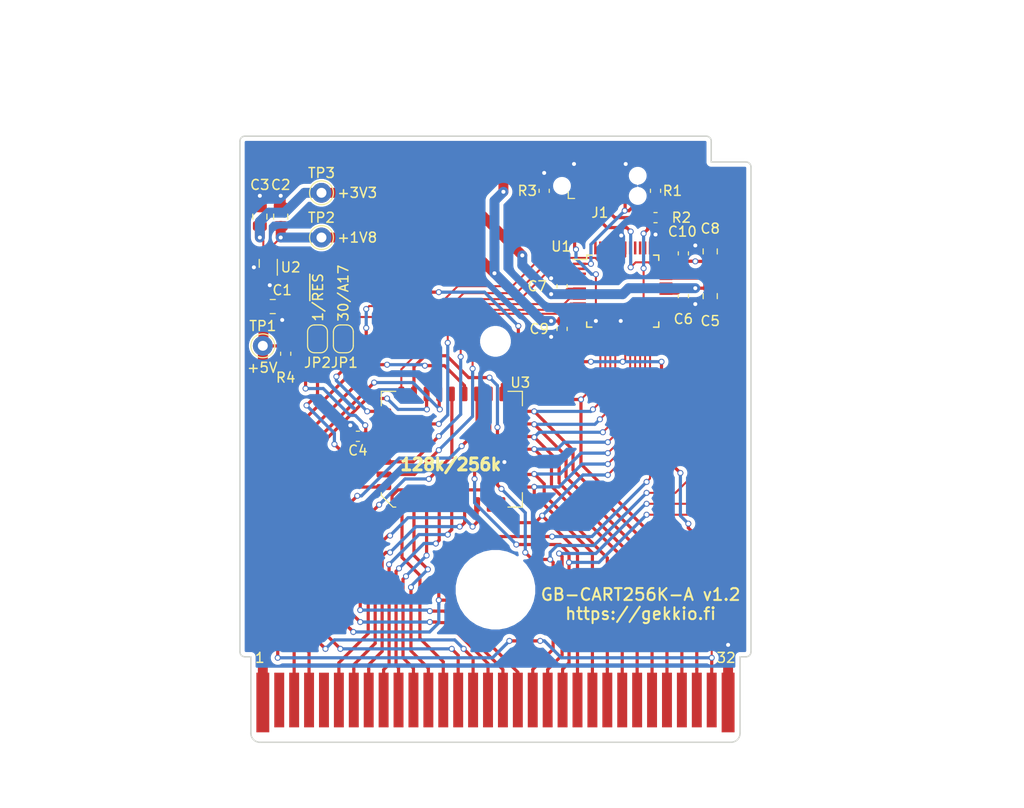
<source format=kicad_pcb>
(kicad_pcb (version 20171130) (host pcbnew 5.1.6-c6e7f7d~86~ubuntu20.04.1)
  (title_block (title GB-CART256K-A) (rev v1.2) (company https://gekkio.fi))
  (layers (0 F.Cu signal) (31 B.Cu signal) (34 B.Paste user) (35 F.Paste user) (36 B.SilkS user) (37 F.SilkS user) (38 B.Mask user) (39 F.Mask user) (44 Edge.Cuts user))
  (net 0 "")
  (net 1 +1V8)
  (net 2 +5V)
  (net 3 +3V3)
  (net 4 /~PRG)
  (net 5 GND)
  (net 6 /TCK)
  (net 7 /TMS)
  (net 8 /TDI)
  (net 9 /RA14)
  (net 10 /RA15)
  (net 11 /RA16)
  (net 12 /RA17)
  (net 13 /~RWR)
  (net 14 /~RES)
  (net 15 /D0)
  (net 16 /D1)
  (net 17 /D2)
  (net 18 /D3)
  (net 19 /D4)
  (net 20 /D5)
  (net 21 /D6)
  (net 22 /D7)
  (net 23 /TDO)
  (net 24 /~WR)
  (net 25 /A12)
  (net 26 /A13)
  (net 27 /A14)
  (net 28 /A15)
  (net 29 "Net-(JP2-Pad2)")
  (net 30 /A7)
  (net 31 /A6)
  (net 32 /A5)
  (net 33 /A4)
  (net 34 /A3)
  (net 35 /A2)
  (net 36 /A1)
  (net 37 /A0)
  (net 38 /A10)
  (net 39 /~RD)
  (net 40 /A11)
  (net 41 /A9)
  (net 42 /A8)
  (net 43 "Net-(JP1-Pad2)")
  (module Connector:Tag-Connect_TC2050-IDC-NL_2x05_P1.27mm_Vertical (layer F.Cu) (at 110.5 44)
    (fp_text reference J1 (at 0 2.7) (layer F.SilkS))
    (fp_text value Conn_02x05_Counter_Clockwise hide)
    (pad 10 connect circle (at -2.54 -0.635) (size 0.7874 0.7874) (layers F.Cu F.Mask) (net 5 GND))
    (pad 9 connect circle (at -1.27 -0.635) (size 0.7874 0.7874) (layers F.Cu F.Mask) (net 1 +1V8))
    (pad 8 connect circle (at 0 -0.635) (size 0.7874 0.7874) (layers F.Cu F.Mask))
    (pad 7 connect circle (at 1.27 -0.635) (size 0.7874 0.7874) (layers F.Cu F.Mask))
    (pad 6 connect circle (at 2.54 -0.635) (size 0.7874 0.7874) (layers F.Cu F.Mask) (net 5 GND))
    (pad 5 connect circle (at 2.54 0.635) (size 0.7874 0.7874) (layers F.Cu F.Mask) (net 8 /TDI))
    (pad 4 connect circle (at 1.27 0.635) (size 0.7874 0.7874) (layers F.Cu F.Mask))
    (pad 3 connect circle (at 0 0.635) (size 0.7874 0.7874) (layers F.Cu F.Mask) (net 7 /TMS))
    (pad 2 connect circle (at -1.27 0.635) (size 0.7874 0.7874) (layers F.Cu F.Mask) (net 23 /TDO))
    (pad 1 connect circle (at -2.54 0.635) (size 0.7874 0.7874) (layers F.Cu F.Mask) (net 6 /TCK))
    (pad "" np_thru_hole circle (at -3.81 0) (size 0.9906 0.9906) (drill 0.9906) (layers *.Cu *.Mask))
    (pad "" np_thru_hole circle (at 3.81 1.016) (size 0.9906 0.9906) (drill 0.9906) (layers *.Cu *.Mask))
    (pad "" np_thru_hole circle (at 3.81 -1.016) (size 0.9906 0.9906) (drill 0.9906) (layers *.Cu *.Mask))
  )
  (module Capacitor_SMD:C_0603_1608Metric (layer F.Cu) (at 86.162732 69.20596 180)
    (fp_text reference C4 (at 0 -1.43 180) (layer F.SilkS))
    (fp_text value 100nF)
    (pad 2 smd roundrect (at 0.7875 0 180) (size 0.875 0.95) (layers F.Cu F.Paste F.Mask) (net 5 GND))
    (pad 1 smd roundrect (at -0.7875 0 180) (size 0.875 0.95) (layers F.Cu F.Paste F.Mask) (net 2 +5V))
  )
  (module Capacitor_SMD:C_0603_1608Metric (layer F.Cu) (at 118.9 55.1 270)
    (fp_text reference C6 (at 2.3 0) (layer F.SilkS))
    (fp_text value 100nF)
    (pad 2 smd roundrect (at 0.7875 0 270) (size 0.875 0.95) (layers F.Cu F.Paste F.Mask) (net 5 GND))
    (pad 1 smd roundrect (at -0.7875 0 270) (size 0.875 0.95) (layers F.Cu F.Paste F.Mask) (net 3 +3V3))
  )
  (module Capacitor_SMD:C_0603_1608Metric (layer F.Cu) (at 106.7 54.1 90)
    (fp_text reference C7 (at 0 -2.5 180) (layer F.SilkS))
    (fp_text value 100nF)
    (pad 2 smd roundrect (at 0.7875 0 90) (size 0.875 0.95) (layers F.Cu F.Paste F.Mask) (net 5 GND))
    (pad 1 smd roundrect (at -0.7875 0 90) (size 0.875 0.95) (layers F.Cu F.Paste F.Mask) (net 3 +3V3))
  )
  (module Capacitor_SMD:C_0603_1608Metric (layer F.Cu) (at 106.7 58.4 270)
    (fp_text reference C9 (at 0 2.3) (layer F.SilkS))
    (fp_text value 100nF)
    (pad 2 smd roundrect (at 0.7875 0 270) (size 0.875 0.95) (layers F.Cu F.Paste F.Mask) (net 5 GND))
    (pad 1 smd roundrect (at -0.7875 0 270) (size 0.875 0.95) (layers F.Cu F.Paste F.Mask) (net 1 +1V8))
  )
  (module Capacitor_SMD:C_0603_1608Metric (layer F.Cu) (at 118.9 50.8 90)
    (fp_text reference C10 (at 2.2 -0.1 180) (layer F.SilkS))
    (fp_text value 100nF)
    (pad 2 smd roundrect (at 0.7875 0 90) (size 0.875 0.95) (layers F.Cu F.Paste F.Mask) (net 5 GND))
    (pad 1 smd roundrect (at -0.7875 0 90) (size 0.875 0.95) (layers F.Cu F.Paste F.Mask) (net 1 +1V8))
  )
  (module Capacitor_SMD:C_0805_2012Metric (layer F.Cu) (at 78.4 47.1 90)
    (fp_text reference C2 (at 3.2 0 180) (layer F.SilkS))
    (fp_text value 1uF)
    (pad 2 smd roundrect (at 0.9375 0 90) (size 0.975 1.4) (layers F.Cu F.Paste F.Mask) (net 5 GND))
    (pad 1 smd roundrect (at -0.9375 0 90) (size 0.975 1.4) (layers F.Cu F.Paste F.Mask) (net 1 +1V8))
  )
  (module Capacitor_SMD:C_0805_2012Metric (layer F.Cu) (at 76.3 47.1 90)
    (fp_text reference C3 (at 3.2 0 180) (layer F.SilkS))
    (fp_text value 1uF)
    (pad 2 smd roundrect (at 0.9375 0 90) (size 0.975 1.4) (layers F.Cu F.Paste F.Mask) (net 5 GND))
    (pad 1 smd roundrect (at -0.9375 0 90) (size 0.975 1.4) (layers F.Cu F.Paste F.Mask) (net 3 +3V3))
  )
  (module Capacitor_SMD:C_0805_2012Metric (layer F.Cu) (at 121.6 55.1 270)
    (fp_text reference C5 (at 2.5 0) (layer F.SilkS))
    (fp_text value 1uF)
    (pad 2 smd roundrect (at 0.9375 0 270) (size 0.975 1.4) (layers F.Cu F.Paste F.Mask) (net 5 GND))
    (pad 1 smd roundrect (at -0.9375 0 270) (size 0.975 1.4) (layers F.Cu F.Paste F.Mask) (net 3 +3V3))
  )
  (module Capacitor_SMD:C_0805_2012Metric (layer F.Cu) (at 121.6 50.6 90)
    (fp_text reference C8 (at 2.3 0 180) (layer F.SilkS))
    (fp_text value 1uF)
    (pad 2 smd roundrect (at 0.9375 0 90) (size 0.975 1.4) (layers F.Cu F.Paste F.Mask) (net 5 GND))
    (pad 1 smd roundrect (at -0.9375 0 90) (size 0.975 1.4) (layers F.Cu F.Paste F.Mask) (net 1 +1V8))
  )
  (module Capacitor_SMD:C_0805_2012Metric (layer F.Cu) (at 77.6 56.15)
    (fp_text reference C1 (at 0.95 -1.65) (layer F.SilkS))
    (fp_text value 1uF)
    (pad 2 smd roundrect (at 0.9375 0) (size 0.975 1.4) (layers F.Cu F.Paste F.Mask) (net 5 GND))
    (pad 1 smd roundrect (at -0.9375 0) (size 0.975 1.4) (layers F.Cu F.Paste F.Mask) (net 2 +5V))
  )
  (module Gekkio_Connector_PCBEdge:GameBoy_Cartridge_1x32_P1.50mm_Edge (layer F.Cu) (at 100 96)
    (fp_text reference J2 hide)
    (fp_text value DNF hide)
    (fp_text user 1 (at -23.7 -4.5) (layer F.SilkS))
    (fp_text user 32 (at 23.2 -4.5) (layer F.SilkS))
    (pad 2 connect rect (at -21.75 -0.25 90) (size 5.5 1) (layers F.Cu F.Mask))
    (pad 1 connect rect (at -23.4 0 90) (size 6 1.3) (layers F.Cu F.Mask) (net 2 +5V))
    (pad 3 connect rect (at -20.25 -0.25 90) (size 5.5 1) (layers F.Cu F.Mask) (net 24 /~WR))
    (pad 4 connect rect (at -18.75 -0.25 90) (size 5.5 1) (layers F.Cu F.Mask) (net 39 /~RD))
    (pad 5 connect rect (at -17.25 -0.25 90) (size 5.5 1) (layers F.Cu F.Mask))
    (pad 6 connect rect (at -15.75 -0.25 90) (size 5.5 1) (layers F.Cu F.Mask) (net 37 /A0))
    (pad 7 connect rect (at -14.25 -0.25 90) (size 5.5 1) (layers F.Cu F.Mask) (net 36 /A1))
    (pad 8 connect rect (at -12.75 -0.25 90) (size 5.5 1) (layers F.Cu F.Mask) (net 35 /A2))
    (pad 9 connect rect (at -11.25 -0.25 90) (size 5.5 1) (layers F.Cu F.Mask) (net 34 /A3))
    (pad 10 connect rect (at -9.75 -0.25 90) (size 5.5 1) (layers F.Cu F.Mask) (net 33 /A4))
    (pad 11 connect rect (at -8.25 -0.25 90) (size 5.5 1) (layers F.Cu F.Mask) (net 32 /A5))
    (pad 12 connect rect (at -6.75 -0.25 90) (size 5.5 1) (layers F.Cu F.Mask) (net 31 /A6))
    (pad 13 connect rect (at -5.25 -0.25 90) (size 5.5 1) (layers F.Cu F.Mask) (net 30 /A7))
    (pad 14 connect rect (at -3.75 -0.25 90) (size 5.5 1) (layers F.Cu F.Mask) (net 42 /A8))
    (pad 15 connect rect (at -2.25 -0.25 90) (size 5.5 1) (layers F.Cu F.Mask) (net 41 /A9))
    (pad 16 connect rect (at -0.75 -0.25 90) (size 5.5 1) (layers F.Cu F.Mask) (net 38 /A10))
    (pad 17 connect rect (at 0.75 -0.25 90) (size 5.5 1) (layers F.Cu F.Mask) (net 40 /A11))
    (pad 18 connect rect (at 2.25 -0.25 90) (size 5.5 1) (layers F.Cu F.Mask) (net 25 /A12))
    (pad 19 connect rect (at 3.75 -0.25 90) (size 5.5 1) (layers F.Cu F.Mask) (net 26 /A13))
    (pad 20 connect rect (at 5.25 -0.25 90) (size 5.5 1) (layers F.Cu F.Mask) (net 27 /A14))
    (pad 21 connect rect (at 6.75 -0.25 90) (size 5.5 1) (layers F.Cu F.Mask) (net 28 /A15))
    (pad 22 connect rect (at 8.25 -0.25 90) (size 5.5 1) (layers F.Cu F.Mask) (net 15 /D0))
    (pad 23 connect rect (at 9.75 -0.25 90) (size 5.5 1) (layers F.Cu F.Mask) (net 16 /D1))
    (pad 24 connect rect (at 11.25 -0.25 90) (size 5.5 1) (layers F.Cu F.Mask) (net 17 /D2))
    (pad 25 connect rect (at 12.75 -0.25 90) (size 5.5 1) (layers F.Cu F.Mask) (net 18 /D3))
    (pad 26 connect rect (at 14.25 -0.25 90) (size 5.5 1) (layers F.Cu F.Mask) (net 19 /D4))
    (pad 27 connect rect (at 15.75 -0.25 90) (size 5.5 1) (layers F.Cu F.Mask) (net 20 /D5))
    (pad 28 connect rect (at 17.25 -0.25 90) (size 5.5 1) (layers F.Cu F.Mask) (net 21 /D6))
    (pad 29 connect rect (at 18.75 -0.25 90) (size 5.5 1) (layers F.Cu F.Mask) (net 22 /D7))
    (pad 30 connect rect (at 20.25 -0.25 90) (size 5.5 1) (layers F.Cu F.Mask) (net 14 /~RES))
    (pad 31 connect rect (at 21.75 -0.25 90) (size 5.5 1) (layers F.Cu F.Mask) (net 4 /~PRG))
    (pad 32 connect rect (at 23.4 0 90) (size 6 1.3) (layers F.Cu F.Mask) (net 5 GND))
  )
  (module Jumper:SolderJumper-2_P1.3mm_Open_RoundedPad1.0x1.5mm (layer F.Cu) (at 82.1 59.4 270)
    (fp_text reference JP2 (at 2.4 0) (layer F.SilkS))
    (fp_text value DNF hide)
    (pad 2 smd custom (at 0.65 0 270) (size 1 0.5) (layers F.Cu F.Mask) (net 29 "Net-(JP2-Pad2)") (options (clearance outline) (anchor rect)) (primitives (gr_circle (center 0 0.25) (end 0.5 0.25) (width 0)) (gr_circle (center 0 -0.25) (end 0.5 -0.25) (width 0)) (gr_poly (pts (xy 0 -0.75) (xy -0.5 -0.75) (xy -0.5 0.75) (xy 0 0.75)) (width 0))))
    (pad 1 smd custom (at -0.65 0 270) (size 1 0.5) (layers F.Cu F.Mask) (net 14 /~RES) (options (clearance outline) (anchor rect)) (primitives (gr_circle (center 0 0.25) (end 0.5 0.25) (width 0)) (gr_circle (center 0 -0.25) (end 0.5 -0.25) (width 0)) (gr_poly (pts (xy 0 -0.75) (xy 0.5 -0.75) (xy 0.5 0.75) (xy 0 0.75)) (width 0))))
  )
  (module Jumper:SolderJumper-2_P1.3mm_Open_RoundedPad1.0x1.5mm (layer F.Cu) (at 84.7 59.4 270)
    (fp_text reference JP1 (at 2.4 -0.1) (layer F.SilkS))
    (fp_text value DNF hide)
    (pad 2 smd custom (at 0.65 0 270) (size 1 0.5) (layers F.Cu F.Mask) (net 43 "Net-(JP1-Pad2)") (options (clearance outline) (anchor rect)) (primitives (gr_circle (center 0 0.25) (end 0.5 0.25) (width 0)) (gr_circle (center 0 -0.25) (end 0.5 -0.25) (width 0)) (gr_poly (pts (xy 0 -0.75) (xy -0.5 -0.75) (xy -0.5 0.75) (xy 0 0.75)) (width 0))))
    (pad 1 smd custom (at -0.65 0 270) (size 1 0.5) (layers F.Cu F.Mask) (net 12 /RA17) (options (clearance outline) (anchor rect)) (primitives (gr_circle (center 0 0.25) (end 0.5 0.25) (width 0)) (gr_circle (center 0 -0.25) (end 0.5 -0.25) (width 0)) (gr_poly (pts (xy 0 -0.75) (xy 0.5 -0.75) (xy 0.5 0.75) (xy 0 0.75)) (width 0))))
  )
  (module Package_DFN_QFN:MLF-6-1EP_1.6x1.6mm_P0.5mm_EP0.5x1.26mm (layer F.Cu) (at 77.15 52.2 90)
    (fp_text reference U2 (at 0 2.25 180) (layer F.SilkS))
    (fp_text value MIC5370)
    (pad 7 smd rect (at 0 0 90) (size 0.5 1.26) (layers F.Cu F.Mask) (net 5 GND))
    (pad 6 smd roundrect (at 0.8 -0.5 90) (size 0.7 0.25) (layers F.Cu F.Paste F.Mask) (net 3 +3V3))
    (pad 5 smd roundrect (at 0.8 0 90) (size 0.7 0.25) (layers F.Cu F.Paste F.Mask) (net 1 +1V8))
    (pad 4 smd roundrect (at 0.8 0.5 90) (size 0.7 0.25) (layers F.Cu F.Paste F.Mask) (net 2 +5V))
    (pad 3 smd roundrect (at -0.8 0.5 90) (size 0.7 0.25) (layers F.Cu F.Paste F.Mask) (net 2 +5V))
    (pad 2 smd roundrect (at -0.8 0 90) (size 0.7 0.25) (layers F.Cu F.Paste F.Mask) (net 5 GND))
    (pad 1 smd roundrect (at -0.8 -0.5 90) (size 0.7 0.25) (layers F.Cu F.Paste F.Mask) (net 2 +5V))
  )
  (module Package_LCC:PLCC-32_11.4x14.0mm_P1.27mm (layer F.Cu) (at 95.612732 70.50596 90)
    (fp_text reference U3 (at 6.70596 6.887268 180) (layer F.SilkS))
    (fp_text value AT49F002-xxJx)
    (pad 32 smd roundrect (at 1.27 -6.8375 90) (size 0.6 1.475) (layers F.Cu F.Paste F.Mask) (net 2 +5V))
    (pad 31 smd roundrect (at 2.54 -6.8375 90) (size 0.6 1.475) (layers F.Cu F.Paste F.Mask) (net 13 /~RWR))
    (pad 30 smd roundrect (at 3.81 -6.8375 90) (size 0.6 1.475) (layers F.Cu F.Paste F.Mask) (net 43 "Net-(JP1-Pad2)"))
    (pad 29 smd roundrect (at 5.5625 -5.08 90) (size 1.475 0.6) (layers F.Cu F.Paste F.Mask) (net 9 /RA14))
    (pad 28 smd roundrect (at 5.5625 -3.81 90) (size 1.475 0.6) (layers F.Cu F.Paste F.Mask) (net 26 /A13))
    (pad 27 smd roundrect (at 5.5625 -2.54 90) (size 1.475 0.6) (layers F.Cu F.Paste F.Mask) (net 42 /A8))
    (pad 26 smd roundrect (at 5.5625 -1.27 90) (size 1.475 0.6) (layers F.Cu F.Paste F.Mask) (net 41 /A9))
    (pad 25 smd roundrect (at 5.5625 0 90) (size 1.475 0.6) (layers F.Cu F.Paste F.Mask) (net 40 /A11))
    (pad 24 smd roundrect (at 5.5625 1.27 90) (size 1.475 0.6) (layers F.Cu F.Paste F.Mask) (net 39 /~RD))
    (pad 23 smd roundrect (at 5.5625 2.54 90) (size 1.475 0.6) (layers F.Cu F.Paste F.Mask) (net 38 /A10))
    (pad 22 smd roundrect (at 5.5625 3.81 90) (size 1.475 0.6) (layers F.Cu F.Paste F.Mask) (net 28 /A15))
    (pad 21 smd roundrect (at 5.5625 5.08 90) (size 1.475 0.6) (layers F.Cu F.Paste F.Mask) (net 22 /D7))
    (pad 20 smd roundrect (at 3.81 6.8375 90) (size 0.6 1.475) (layers F.Cu F.Paste F.Mask) (net 21 /D6))
    (pad 19 smd roundrect (at 2.54 6.8375 90) (size 0.6 1.475) (layers F.Cu F.Paste F.Mask) (net 20 /D5))
    (pad 18 smd roundrect (at 1.27 6.8375 90) (size 0.6 1.475) (layers F.Cu F.Paste F.Mask) (net 19 /D4))
    (pad 17 smd roundrect (at 0 6.8375 90) (size 0.6 1.475) (layers F.Cu F.Paste F.Mask) (net 18 /D3))
    (pad 16 smd roundrect (at -1.27 6.8375 90) (size 0.6 1.475) (layers F.Cu F.Paste F.Mask) (net 5 GND))
    (pad 15 smd roundrect (at -2.54 6.8375 90) (size 0.6 1.475) (layers F.Cu F.Paste F.Mask) (net 17 /D2))
    (pad 14 smd roundrect (at -3.81 6.8375 90) (size 0.6 1.475) (layers F.Cu F.Paste F.Mask) (net 16 /D1))
    (pad 13 smd roundrect (at -5.5625 5.08 90) (size 1.475 0.6) (layers F.Cu F.Paste F.Mask) (net 15 /D0))
    (pad 12 smd roundrect (at -5.5625 3.81 90) (size 1.475 0.6) (layers F.Cu F.Paste F.Mask) (net 37 /A0))
    (pad 11 smd roundrect (at -5.5625 2.54 90) (size 1.475 0.6) (layers F.Cu F.Paste F.Mask) (net 36 /A1))
    (pad 10 smd roundrect (at -5.5625 1.27 90) (size 1.475 0.6) (layers F.Cu F.Paste F.Mask) (net 35 /A2))
    (pad 9 smd roundrect (at -5.5625 0 90) (size 1.475 0.6) (layers F.Cu F.Paste F.Mask) (net 34 /A3))
    (pad 8 smd roundrect (at -5.5625 -1.27 90) (size 1.475 0.6) (layers F.Cu F.Paste F.Mask) (net 33 /A4))
    (pad 7 smd roundrect (at -5.5625 -2.54 90) (size 1.475 0.6) (layers F.Cu F.Paste F.Mask) (net 32 /A5))
    (pad 6 smd roundrect (at -5.5625 -3.81 90) (size 1.475 0.6) (layers F.Cu F.Paste F.Mask) (net 31 /A6))
    (pad 5 smd roundrect (at -5.5625 -5.08 90) (size 1.475 0.6) (layers F.Cu F.Paste F.Mask) (net 30 /A7))
    (pad 4 smd roundrect (at -3.81 -6.8375 90) (size 0.6 1.475) (layers F.Cu F.Paste F.Mask) (net 25 /A12))
    (pad 3 smd roundrect (at -2.54 -6.8375 90) (size 0.6 1.475) (layers F.Cu F.Paste F.Mask) (net 10 /RA15))
    (pad 2 smd roundrect (at -1.27 -6.8375 90) (size 0.6 1.475) (layers F.Cu F.Paste F.Mask) (net 11 /RA16))
    (pad 1 smd roundrect (at 0 -6.8375 90) (size 0.6 1.475) (layers F.Cu F.Paste F.Mask) (net 29 "Net-(JP2-Pad2)"))
  )
  (module Package_QFP:TQFP-48_7x7mm_P0.5mm (layer F.Cu) (at 112.8 54.6)
    (fp_text reference U1 (at -6.2 -4.5) (layer F.SilkS))
    (fp_text value LC4032ZE-XXTN48)
    (pad 48 smd rect (at -2.75 -4.35 90) (size 1.3 0.25) (layers F.Cu F.Paste F.Mask))
    (pad 47 smd rect (at -2.25 -4.35 90) (size 1.3 0.25) (layers F.Cu F.Paste F.Mask))
    (pad 46 smd rect (at -1.75 -4.35 90) (size 1.3 0.25) (layers F.Cu F.Paste F.Mask))
    (pad 45 smd rect (at -1.25 -4.35 90) (size 1.3 0.25) (layers F.Cu F.Paste F.Mask))
    (pad 44 smd rect (at -0.75 -4.35 90) (size 1.3 0.25) (layers F.Cu F.Paste F.Mask))
    (pad 43 smd rect (at -0.25 -4.35 90) (size 1.3 0.25) (layers F.Cu F.Paste F.Mask) (net 5 GND))
    (pad 42 smd rect (at 0.25 -4.35 90) (size 1.3 0.25) (layers F.Cu F.Paste F.Mask) (net 24 /~WR))
    (pad 41 smd rect (at 0.75 -4.35 90) (size 1.3 0.25) (layers F.Cu F.Paste F.Mask))
    (pad 40 smd rect (at 1.25 -4.35 90) (size 1.3 0.25) (layers F.Cu F.Paste F.Mask))
    (pad 39 smd rect (at 1.75 -4.35 90) (size 1.3 0.25) (layers F.Cu F.Paste F.Mask))
    (pad 38 smd rect (at 2.25 -4.35 90) (size 1.3 0.25) (layers F.Cu F.Paste F.Mask))
    (pad 37 smd rect (at 2.75 -4.35 90) (size 1.3 0.25) (layers F.Cu F.Paste F.Mask) (net 5 GND))
    (pad 36 smd rect (at 4.35 -2.75) (size 1.3 0.25) (layers F.Cu F.Paste F.Mask) (net 1 +1V8))
    (pad 35 smd rect (at 4.35 -2.25) (size 1.3 0.25) (layers F.Cu F.Paste F.Mask) (net 23 /TDO))
    (pad 34 smd rect (at 4.35 -1.75) (size 1.3 0.25) (layers F.Cu F.Paste F.Mask) (net 4 /~PRG))
    (pad 33 smd rect (at 4.35 -1.25) (size 1.3 0.25) (layers F.Cu F.Paste F.Mask) (net 28 /A15))
    (pad 32 smd rect (at 4.35 -0.75) (size 1.3 0.25) (layers F.Cu F.Paste F.Mask))
    (pad 31 smd rect (at 4.35 -0.25) (size 1.3 0.25) (layers F.Cu F.Paste F.Mask))
    (pad 30 smd rect (at 4.35 0.25) (size 1.3 0.25) (layers F.Cu F.Paste F.Mask) (net 3 +3V3))
    (pad 29 smd rect (at 4.35 0.75) (size 1.3 0.25) (layers F.Cu F.Paste F.Mask) (net 5 GND))
    (pad 28 smd rect (at 4.35 1.25) (size 1.3 0.25) (layers F.Cu F.Paste F.Mask))
    (pad 27 smd rect (at 4.35 1.75) (size 1.3 0.25) (layers F.Cu F.Paste F.Mask) (net 27 /A14))
    (pad 26 smd rect (at 4.35 2.25) (size 1.3 0.25) (layers F.Cu F.Paste F.Mask) (net 26 /A13))
    (pad 25 smd rect (at 4.35 2.75) (size 1.3 0.25) (layers F.Cu F.Paste F.Mask) (net 7 /TMS))
    (pad 24 smd rect (at 2.75 4.35 90) (size 1.3 0.25) (layers F.Cu F.Paste F.Mask) (net 25 /A12))
    (pad 23 smd rect (at 2.25 4.35 90) (size 1.3 0.25) (layers F.Cu F.Paste F.Mask) (net 15 /D0))
    (pad 22 smd rect (at 1.75 4.35 90) (size 1.3 0.25) (layers F.Cu F.Paste F.Mask) (net 16 /D1))
    (pad 21 smd rect (at 1.25 4.35 90) (size 1.3 0.25) (layers F.Cu F.Paste F.Mask) (net 17 /D2))
    (pad 20 smd rect (at 0.75 4.35 90) (size 1.3 0.25) (layers F.Cu F.Paste F.Mask) (net 18 /D3))
    (pad 19 smd rect (at 0.25 4.35 90) (size 1.3 0.25) (layers F.Cu F.Paste F.Mask) (net 14 /~RES))
    (pad 18 smd rect (at -0.25 4.35 90) (size 1.3 0.25) (layers F.Cu F.Paste F.Mask) (net 5 GND))
    (pad 17 smd rect (at -0.75 4.35 90) (size 1.3 0.25) (layers F.Cu F.Paste F.Mask) (net 19 /D4))
    (pad 16 smd rect (at -1.25 4.35 90) (size 1.3 0.25) (layers F.Cu F.Paste F.Mask) (net 20 /D5))
    (pad 15 smd rect (at -1.75 4.35 90) (size 1.3 0.25) (layers F.Cu F.Paste F.Mask) (net 21 /D6))
    (pad 14 smd rect (at -2.25 4.35 90) (size 1.3 0.25) (layers F.Cu F.Paste F.Mask) (net 22 /D7))
    (pad 13 smd rect (at -2.75 4.35 90) (size 1.3 0.25) (layers F.Cu F.Paste F.Mask) (net 5 GND))
    (pad 12 smd rect (at -4.35 2.75) (size 1.3 0.25) (layers F.Cu F.Paste F.Mask) (net 1 +1V8))
    (pad 11 smd rect (at -4.35 2.25) (size 1.3 0.25) (layers F.Cu F.Paste F.Mask) (net 6 /TCK))
    (pad 10 smd rect (at -4.35 1.75) (size 1.3 0.25) (layers F.Cu F.Paste F.Mask) (net 10 /RA15))
    (pad 9 smd rect (at -4.35 1.25) (size 1.3 0.25) (layers F.Cu F.Paste F.Mask) (net 11 /RA16))
    (pad 8 smd rect (at -4.35 0.75) (size 1.3 0.25) (layers F.Cu F.Paste F.Mask) (net 13 /~RWR))
    (pad 7 smd rect (at -4.35 0.25) (size 1.3 0.25) (layers F.Cu F.Paste F.Mask))
    (pad 6 smd rect (at -4.35 -0.25) (size 1.3 0.25) (layers F.Cu F.Paste F.Mask) (net 3 +3V3))
    (pad 5 smd rect (at -4.35 -0.75) (size 1.3 0.25) (layers F.Cu F.Paste F.Mask) (net 5 GND))
    (pad 4 smd rect (at -4.35 -1.25) (size 1.3 0.25) (layers F.Cu F.Paste F.Mask))
    (pad 3 smd rect (at -4.35 -1.75) (size 1.3 0.25) (layers F.Cu F.Paste F.Mask) (net 9 /RA14))
    (pad 2 smd rect (at -4.35 -2.25) (size 1.3 0.25) (layers F.Cu F.Paste F.Mask) (net 12 /RA17))
    (pad 1 smd rect (at -4.35 -2.75) (size 1.3 0.25) (layers F.Cu F.Paste F.Mask) (net 8 /TDI))
  )
  (module Resistor_SMD:R_0603_1608Metric (layer F.Cu) (at 116.1 44.5 270)
    (fp_text reference R1 (at 0 -1.7) (layer F.SilkS))
    (fp_text value 10k)
    (pad 2 smd roundrect (at 0.7875 0 270) (size 0.875 0.95) (layers F.Cu F.Paste F.Mask) (net 8 /TDI))
    (pad 1 smd roundrect (at -0.7875 0 270) (size 0.875 0.95) (layers F.Cu F.Paste F.Mask) (net 1 +1V8))
  )
  (module Resistor_SMD:R_0603_1608Metric (layer F.Cu) (at 116.1 47.2 180)
    (fp_text reference R2 (at -2.6 0 180) (layer F.SilkS))
    (fp_text value 10k)
    (pad 2 smd roundrect (at 0.7875 0 180) (size 0.875 0.95) (layers F.Cu F.Paste F.Mask) (net 7 /TMS))
    (pad 1 smd roundrect (at -0.7875 0 180) (size 0.875 0.95) (layers F.Cu F.Paste F.Mask) (net 1 +1V8))
  )
  (module Resistor_SMD:R_0603_1608Metric (layer F.Cu) (at 104.9 44.5 90)
    (fp_text reference R3 (at 0 -1.7 180) (layer F.SilkS))
    (fp_text value 10k)
    (pad 2 smd roundrect (at 0.7875 0 90) (size 0.875 0.95) (layers F.Cu F.Paste F.Mask) (net 5 GND))
    (pad 1 smd roundrect (at -0.7875 0 90) (size 0.875 0.95) (layers F.Cu F.Paste F.Mask) (net 6 /TCK))
  )
  (module Resistor_SMD:R_0603_1608Metric (layer F.Cu) (at 78.9 60.9 270)
    (fp_text reference R4 (at 2.4 0) (layer F.SilkS))
    (fp_text value 47k)
    (pad 2 smd roundrect (at 0.7875 0 270) (size 0.875 0.95) (layers F.Cu F.Paste F.Mask) (net 4 /~PRG))
    (pad 1 smd roundrect (at -0.7875 0 270) (size 0.875 0.95) (layers F.Cu F.Paste F.Mask) (net 2 +5V))
  )
  (module TestPoint:TestPoint_THTPad_D2.0mm_Drill1.0mm (layer F.Cu) (at 82.5 44.7)
    (fp_text reference TP3 (at 0 -1.998) (layer F.SilkS))
    (fp_text value TestPoint hide)
    (pad 1 thru_hole circle (at 0 0) (size 2 2) (drill 1) (layers *.Cu *.Mask) (net 3 +3V3))
  )
  (module TestPoint:TestPoint_THTPad_D2.0mm_Drill1.0mm (layer F.Cu) (at 76.6 60.1)
    (fp_text reference TP1 (at 0 -1.998) (layer F.SilkS))
    (fp_text value TestPoint hide)
    (pad 1 thru_hole circle (at 0 0) (size 2 2) (drill 1) (layers *.Cu *.Mask) (net 2 +5V))
  )
  (module TestPoint:TestPoint_THTPad_D2.0mm_Drill1.0mm (layer F.Cu) (at 82.5 49.2)
    (fp_text reference TP2 (at 0 -1.998) (layer F.SilkS))
    (fp_text value TestPoint hide)
    (pad 1 thru_hole circle (at 0 0) (size 2 2) (drill 1) (layers *.Cu *.Mask) (net 1 +1V8))
  )
  (module Gekkio_MountingHole:MountingHole_2.3mm (layer F.Cu) (at 100 59.65)
    (fp_text reference H2 hide)
    (fp_text value DNF hide)
    (pad "" np_thru_hole circle (at 0 0) (size 2.3 2.3) (drill 2.3) (layers *.Cu *.Mask))
  )
  (module Gekkio_MountingHole:MountingHole_7.2mm (layer F.Cu) (at 100 84.65)
    (fp_text reference H1 hide)
    (fp_text value DNF hide)
    (pad "" np_thru_hole circle (at 0 0) (size 7.2 7.2) (drill 7.2) (layers *.Cu *.Mask))
  )
  (gr_arc (start 74.8 90.9) (end 74.3 90.9) (angle -90) (layer Edge.Cuts) (width 0.15))
  (gr_arc (start 74.8 39.5) (end 74.8 39) (angle -90) (layer Edge.Cuts) (width 0.15))
  (gr_arc (start 121.2 39.5) (end 121.7 39.5) (angle -90) (layer Edge.Cuts) (width 0.15))
  (gr_arc (start 125.2 42.1) (end 125.7 42.1) (angle -90) (layer Edge.Cuts) (width 0.15))
  (gr_arc (start 125.2 90.9) (end 125.2 91.4) (angle -90) (layer Edge.Cuts) (width 0.15))
  (gr_arc (start 76.3 99.1) (end 75.4 99.1) (angle -90) (layer Edge.Cuts) (width 0.15))
  (gr_arc (start 123.7 99.1) (end 123.7 100) (angle -90) (layer Edge.Cuts) (width 0.15))
  (gr_text 128k/256k (at 95.5 72.05) (layer F.SilkS) (effects (font (size 1.2 1.2) (thickness 0.3))))
  (gr_text +5V (at 76.55 62.3) (layer F.SilkS) (effects (font (size 1 1))))
  (gr_text +1V8 (at 84 49.2) (layer F.SilkS) (effects (font (size 1 1)) (justify left)))
  (gr_text +3V3 (at 84 44.7) (layer F.SilkS) (effects (font (size 1 1)) (justify left)))
  (gr_text 30/A17 (at 84.7 57.75 90) (layer F.SilkS) (effects (font (size 1 1)) (justify left)))
  (gr_text 1/~RES (at 82.15 57.75 90) (layer F.SilkS) (effects (font (size 1 1)) (justify left)))
  (gr_text "GB-CART256K-A v1.2\nhttps://gekkio.fi" (at 114.6 86.1) (layer F.SilkS) (effects (font (size 1.2 1.2) (thickness 0.2))))
  (gr_line (start 121.7 39.5) (end 121.7 41.6) (angle 90) (layer Edge.Cuts) (width 0.15))
  (gr_line (start 74.8 39) (end 121.2 39) (angle 90) (layer Edge.Cuts) (width 0.15))
  (gr_line (start 125.2 41.6) (end 121.7 41.6) (angle 90) (layer Edge.Cuts) (width 0.15))
  (gr_line (start 74.3 90.9) (end 74.3 39.5) (angle 90) (layer Edge.Cuts) (width 0.15))
  (gr_line (start 75.4 91.4) (end 74.8 91.4) (angle 90) (layer Edge.Cuts) (width 0.15))
  (gr_line (start 75.4 99.1) (end 75.4 91.4) (angle 90) (layer Edge.Cuts) (width 0.15))
  (gr_line (start 125.7 90.9) (end 125.7 42.1) (angle 90) (layer Edge.Cuts) (width 0.15))
  (gr_line (start 124.6 91.4) (end 125.2 91.4) (angle 90) (layer Edge.Cuts) (width 0.15))
  (gr_line (start 124.6 99.1) (end 124.6 91.4) (angle 90) (layer Edge.Cuts) (width 0.15))
  (gr_line (start 76.3 100) (end 123.7 100) (angle 90) (layer Edge.Cuts) (width 0.15))
  (segment (start 118.6375 51.85) (end 118.9 51.5875) (width 0.2) (layer F.Cu) (net 1))
  (segment (start 117.15 51.85) (end 118.6375 51.85) (width 0.2) (layer F.Cu) (net 1))
  (via (at 120.1 51.6) (size 0.6) (drill 0.4) (layers F.Cu B.Cu) (net 1))
  (segment (start 118.9 51.5875) (end 120.0875 51.5875) (width 0.32) (layer F.Cu) (net 1))
  (segment (start 120.0875 51.5875) (end 120.1 51.6) (width 0.32) (layer F.Cu) (net 1))
  (segment (start 121.5375 51.6) (end 121.6 51.5375) (width 0.32) (layer F.Cu) (net 1))
  (segment (start 120.1 51.6) (end 121.5375 51.6) (width 0.32) (layer F.Cu) (net 1))
  (segment (start 106.9625 57.35) (end 106.7 57.6125) (width 0.2) (layer F.Cu) (net 1))
  (segment (start 108.45 57.35) (end 106.9625 57.35) (width 0.2) (layer F.Cu) (net 1))
  (via (at 105.6 57.6) (size 0.6) (drill 0.4) (layers F.Cu B.Cu) (net 1))
  (segment (start 106.7 57.6125) (end 105.6125 57.6125) (width 0.32) (layer F.Cu) (net 1))
  (segment (start 105.6125 57.6125) (end 105.6 57.6) (width 0.32) (layer F.Cu) (net 1))
  (segment (start 105.6 57.6) (end 104.7 57.6) (width 1) (layer B.Cu) (net 1))
  (via (at 99.9 52.8) (size 0.6) (drill 0.4) (layers F.Cu B.Cu) (net 1))
  (segment (start 104.7 57.6) (end 99.9 52.8) (width 1) (layer B.Cu) (net 1))
  (segment (start 123.0625 51.5375) (end 121.6 51.5375) (width 1) (layer F.Cu) (net 1))
  (segment (start 124 50.6) (end 123.0625 51.5375) (width 1) (layer F.Cu) (net 1))
  (via (at 78.4 49.2) (size 0.6) (drill 0.4) (layers F.Cu B.Cu) (net 1))
  (segment (start 78.4 48.0375) (end 78.4 49.2) (width 1) (layer F.Cu) (net 1))
  (segment (start 78.4 49.2) (end 82.5 49.2) (width 1) (layer B.Cu) (net 1))
  (segment (start 77.15 50.45) (end 78.4 49.2) (width 0.2) (layer F.Cu) (net 1))
  (segment (start 77.15 51.4) (end 77.15 50.45) (width 0.2) (layer F.Cu) (net 1))
  (segment (start 99.9 52.8) (end 99.9 50.2) (width 1) (layer B.Cu) (net 1))
  (via (at 100.8 44.6) (size 0.6) (drill 0.4) (layers F.Cu B.Cu) (net 1))
  (segment (start 99.9 50.2) (end 99.9 45.5) (width 1) (layer B.Cu) (net 1))
  (segment (start 99.9 45.5) (end 100.8 44.6) (width 1) (layer B.Cu) (net 1))
  (segment (start 117.425 47.2) (end 124 47.2) (width 1) (layer F.Cu) (net 1))
  (segment (start 116.8875 47.2) (end 117.425 47.2) (width 1) (layer F.Cu) (net 1))
  (segment (start 124 47.2) (end 124 50.6) (width 1) (layer F.Cu) (net 1))
  (segment (start 82.5 49.2) (end 96.3 49.2) (width 1) (layer F.Cu) (net 1))
  (segment (start 96.3 49.2) (end 99.9 52.8) (width 1) (layer F.Cu) (net 1))
  (segment (start 118.3 40.6) (end 124 46.3) (width 1) (layer F.Cu) (net 1))
  (segment (start 124 46.3) (end 124 47.2) (width 1) (layer F.Cu) (net 1))
  (segment (start 100.8 44.6) (end 100.8 42.5) (width 1) (layer F.Cu) (net 1))
  (segment (start 100.8 42.5) (end 102.7 40.6) (width 1) (layer F.Cu) (net 1))
  (segment (start 109.23 40.67) (end 109.3 40.6) (width 0.32) (layer F.Cu) (net 1))
  (segment (start 102.7 40.6) (end 109.3 40.6) (width 1) (layer F.Cu) (net 1))
  (segment (start 109.23 43.365) (end 109.23 40.67) (width 0.32) (layer F.Cu) (net 1))
  (segment (start 116.1 43.7125) (end 116.1 40.6) (width 0.32) (layer F.Cu) (net 1))
  (segment (start 109.3 40.6) (end 116.1 40.6) (width 1) (layer F.Cu) (net 1))
  (segment (start 116.1 40.6) (end 118.3 40.6) (width 1) (layer F.Cu) (net 1))
  (segment (start 86.980232 69.23596) (end 86.950232 69.20596) (width 0.32) (layer F.Cu) (net 2))
  (segment (start 88.775232 69.23596) (end 86.980232 69.23596) (width 0.32) (layer F.Cu) (net 2))
  (segment (start 76.6625 60.0375) (end 76.6 60.1) (width 1) (layer F.Cu) (net 2))
  (segment (start 76.6625 56.15) (end 76.6625 60.0375) (width 1) (layer F.Cu) (net 2))
  (segment (start 76.65 56.1375) (end 76.6625 56.15) (width 0.2) (layer F.Cu) (net 2))
  (segment (start 76.6625 55.8375) (end 76.6625 56.15) (width 0.2) (layer F.Cu) (net 2))
  (segment (start 76.6125 60.1125) (end 76.6 60.1) (width 0.32) (layer F.Cu) (net 2))
  (segment (start 78.9 60.1125) (end 76.6125 60.1125) (width 0.32) (layer F.Cu) (net 2))
  (segment (start 76.6 92) (end 76.6 60.1) (width 1) (layer F.Cu) (net 2))
  (segment (start 76.6 96) (end 76.6 92) (width 1) (layer F.Cu) (net 2))
  (via (at 86.9 68.1) (size 0.6) (drill 0.4) (layers F.Cu B.Cu) (net 2))
  (segment (start 86.950232 69.20596) (end 86.950232 68.150232) (width 0.32) (layer F.Cu) (net 2))
  (segment (start 86.950232 68.150232) (end 86.9 68.1) (width 0.32) (layer F.Cu) (net 2))
  (via (at 80.9 64.4) (size 0.6) (drill 0.4) (layers F.Cu B.Cu) (net 2))
  (segment (start 78.9125 60.1) (end 78.9 60.1125) (width 0.32) (layer F.Cu) (net 2))
  (segment (start 79.9 60.1) (end 78.9125 60.1) (width 0.32) (layer F.Cu) (net 2))
  (segment (start 80.9 64.4) (end 80.9 61.1) (width 0.32) (layer F.Cu) (net 2))
  (segment (start 80.9 61.1) (end 79.9 60.1) (width 0.32) (layer F.Cu) (net 2))
  (segment (start 85.376802 67.1) (end 82.676802 64.4) (width 0.32) (layer B.Cu) (net 2))
  (segment (start 82.676802 64.4) (end 80.9 64.4) (width 0.32) (layer B.Cu) (net 2))
  (segment (start 86.9 68.1) (end 85.9 67.1) (width 0.32) (layer B.Cu) (net 2))
  (segment (start 85.9 67.1) (end 85.376802 67.1) (width 0.32) (layer B.Cu) (net 2))
  (segment (start 118.3625 54.85) (end 118.9 54.3125) (width 0.2) (layer F.Cu) (net 3))
  (segment (start 117.15 54.85) (end 118.3625 54.85) (width 0.2) (layer F.Cu) (net 3))
  (via (at 120.1 54.3) (size 0.6) (drill 0.4) (layers F.Cu B.Cu) (net 3))
  (segment (start 118.9 54.3125) (end 120.0875 54.3125) (width 0.32) (layer F.Cu) (net 3))
  (segment (start 120.0875 54.3125) (end 120.1 54.3) (width 0.32) (layer F.Cu) (net 3))
  (segment (start 121.4625 54.3) (end 121.6 54.1625) (width 0.32) (layer F.Cu) (net 3))
  (segment (start 120.1 54.3) (end 121.4625 54.3) (width 0.32) (layer F.Cu) (net 3))
  (segment (start 107.2375 54.35) (end 106.7 54.8875) (width 0.2) (layer F.Cu) (net 3))
  (segment (start 108.45 54.35) (end 107.2375 54.35) (width 0.2) (layer F.Cu) (net 3))
  (via (at 105.6 54.9) (size 0.6) (drill 0.4) (layers F.Cu B.Cu) (net 3))
  (segment (start 106.7 54.8875) (end 105.6125 54.8875) (width 0.32) (layer F.Cu) (net 3))
  (segment (start 105.6125 54.8875) (end 105.6 54.9) (width 0.32) (layer F.Cu) (net 3))
  (segment (start 113.4 54.3) (end 120.1 54.3) (width 1) (layer B.Cu) (net 3))
  (segment (start 105.6 54.9) (end 112.8 54.9) (width 1) (layer B.Cu) (net 3))
  (segment (start 112.8 54.9) (end 113.4 54.3) (width 1) (layer B.Cu) (net 3))
  (via (at 102.7 51) (size 0.6) (drill 0.4) (layers F.Cu B.Cu) (net 3))
  (segment (start 105.6 54.9) (end 102.7 52) (width 1) (layer B.Cu) (net 3))
  (segment (start 102.7 52) (end 102.7 51) (width 1) (layer B.Cu) (net 3))
  (via (at 76.3 49.2) (size 0.6) (drill 0.4) (layers F.Cu B.Cu) (net 3))
  (segment (start 76.3 48.0375) (end 76.3 49.2) (width 1) (layer F.Cu) (net 3))
  (segment (start 76.65 49.55) (end 76.3 49.2) (width 0.2) (layer F.Cu) (net 3))
  (segment (start 76.65 51.4) (end 76.65 49.55) (width 0.2) (layer F.Cu) (net 3))
  (segment (start 77.2 46.7) (end 76.3 47.6) (width 1) (layer B.Cu) (net 3))
  (segment (start 78.8 46.7) (end 77.2 46.7) (width 1) (layer B.Cu) (net 3))
  (segment (start 82.5 44.7) (end 80.8 44.7) (width 1) (layer B.Cu) (net 3))
  (segment (start 76.3 47.6) (end 76.3 49.2) (width 1) (layer B.Cu) (net 3))
  (segment (start 80.8 44.7) (end 78.8 46.7) (width 1) (layer B.Cu) (net 3))
  (segment (start 96.4 44.7) (end 102.400001 50.700001) (width 1) (layer F.Cu) (net 3))
  (segment (start 82.5 44.7) (end 96.4 44.7) (width 1) (layer F.Cu) (net 3))
  (segment (start 102.400001 50.700001) (end 102.7 51) (width 1) (layer F.Cu) (net 3))
  (via (at 121.75 91.5) (size 0.6) (drill 0.4) (layers F.Cu B.Cu) (net 4))
  (segment (start 121.75 95.75) (end 121.75 91.5) (width 0.32) (layer F.Cu) (net 4))
  (via (at 78.1 91.5) (size 0.6) (drill 0.4) (layers F.Cu B.Cu) (net 4))
  (segment (start 78.9 61.6875) (end 78.9 62.6) (width 0.32) (layer F.Cu) (net 4))
  (segment (start 78.1 63.4) (end 78.1 91.5) (width 0.32) (layer F.Cu) (net 4))
  (segment (start 78.9 62.6) (end 78.1 63.4) (width 0.32) (layer F.Cu) (net 4))
  (via (at 101.4 89.8) (size 0.6) (drill 0.4) (layers F.Cu B.Cu) (net 4))
  (segment (start 78.1 91.5) (end 99.7 91.5) (width 0.32) (layer B.Cu) (net 4))
  (segment (start 101.100001 90.099999) (end 101.4 89.8) (width 0.32) (layer B.Cu) (net 4))
  (segment (start 99.7 91.5) (end 101.100001 90.099999) (width 0.32) (layer B.Cu) (net 4))
  (segment (start 101.4 89.8) (end 104.5 89.8) (width 0.32) (layer F.Cu) (net 4))
  (via (at 104.5 89.8) (size 0.6) (drill 0.4) (layers F.Cu B.Cu) (net 4))
  (segment (start 104.924264 89.8) (end 104.5 89.8) (width 0.32) (layer B.Cu) (net 4))
  (segment (start 121.75 91.5) (end 106.624264 91.5) (width 0.32) (layer B.Cu) (net 4))
  (segment (start 106.624264 91.5) (end 104.924264 89.8) (width 0.32) (layer B.Cu) (net 4))
  (segment (start 123.7 53.8) (end 122.75 52.85) (width 0.2) (layer F.Cu) (net 4))
  (segment (start 122.75 52.85) (end 117.15 52.85) (width 0.2) (layer F.Cu) (net 4))
  (segment (start 123.7 77.6) (end 123.7 53.8) (width 0.2) (layer F.Cu) (net 4))
  (segment (start 121.75 79.55) (end 123.7 77.6) (width 0.2) (layer F.Cu) (net 4))
  (segment (start 121.75 91.5) (end 121.75 79.55) (width 0.2) (layer F.Cu) (net 4))
  (via (at 123.4 90.2) (size 0.6) (drill 0.4) (layers F.Cu B.Cu) (net 5))
  (segment (start 123.4 96) (end 123.4 90.2) (width 1) (layer F.Cu) (net 5))
  (via (at 78.55 57.5) (size 0.6) (drill 0.4) (layers F.Cu B.Cu) (net 5))
  (segment (start 78.5375 56.15) (end 78.5375 57.4875) (width 1) (layer F.Cu) (net 5))
  (segment (start 78.5375 57.4875) (end 78.55 57.5) (width 1) (layer F.Cu) (net 5))
  (via (at 77.3 54) (size 0.6) (drill 0.4) (layers F.Cu B.Cu) (net 5))
  (segment (start 77.15 53) (end 77.15 53.85) (width 0.2) (layer F.Cu) (net 5))
  (segment (start 77.15 53.85) (end 77.3 54) (width 0.2) (layer F.Cu) (net 5))
  (via (at 75.7 52.2) (size 0.6) (drill 0.4) (layers F.Cu B.Cu) (net 5))
  (segment (start 77.15 52.2) (end 75.7 52.2) (width 0.32) (layer F.Cu) (net 5))
  (segment (start 77.15 53) (end 77.15 52.2) (width 0.2) (layer F.Cu) (net 5))
  (segment (start 85.375232 69.20596) (end 85.375232 68.124768) (width 0.32) (layer F.Cu) (net 5))
  (via (at 85.4 68.1) (size 0.6) (drill 0.4) (layers F.Cu B.Cu) (net 5))
  (segment (start 85.375232 68.124768) (end 85.4 68.1) (width 0.32) (layer F.Cu) (net 5))
  (via (at 100.9 71.8) (size 0.6) (drill 0.4) (layers F.Cu B.Cu) (net 5))
  (segment (start 102.450232 71.77596) (end 100.92404 71.77596) (width 0.32) (layer F.Cu) (net 5))
  (segment (start 100.92404 71.77596) (end 100.9 71.8) (width 0.32) (layer F.Cu) (net 5))
  (segment (start 118.3625 55.35) (end 118.9 55.8875) (width 0.2) (layer F.Cu) (net 5))
  (segment (start 117.15 55.35) (end 118.3625 55.35) (width 0.2) (layer F.Cu) (net 5))
  (via (at 120.1 55.9) (size 0.6) (drill 0.4) (layers F.Cu B.Cu) (net 5))
  (segment (start 118.9 55.8875) (end 120.0875 55.8875) (width 0.32) (layer F.Cu) (net 5))
  (segment (start 120.0875 55.8875) (end 120.1 55.9) (width 0.32) (layer F.Cu) (net 5))
  (segment (start 121.4625 55.9) (end 121.6 56.0375) (width 0.32) (layer F.Cu) (net 5))
  (segment (start 120.1 55.9) (end 121.4625 55.9) (width 0.32) (layer F.Cu) (net 5))
  (via (at 120.1 50) (size 0.6) (drill 0.4) (layers F.Cu B.Cu) (net 5))
  (segment (start 118.9 50.0125) (end 120.0875 50.0125) (width 0.32) (layer F.Cu) (net 5))
  (segment (start 120.0875 50.0125) (end 120.1 50) (width 0.32) (layer F.Cu) (net 5))
  (segment (start 121.2625 50) (end 121.6 49.6625) (width 0.32) (layer F.Cu) (net 5))
  (segment (start 120.1 50) (end 121.2625 50) (width 0.32) (layer F.Cu) (net 5))
  (segment (start 107.2375 53.85) (end 106.7 53.3125) (width 0.2) (layer F.Cu) (net 5))
  (segment (start 108.45 53.85) (end 107.2375 53.85) (width 0.2) (layer F.Cu) (net 5))
  (via (at 105.6 59.2) (size 0.6) (drill 0.4) (layers F.Cu B.Cu) (net 5))
  (segment (start 106.7 59.1875) (end 105.6125 59.1875) (width 0.32) (layer F.Cu) (net 5))
  (segment (start 105.6125 59.1875) (end 105.6 59.2) (width 0.32) (layer F.Cu) (net 5))
  (via (at 110.1 57.6) (size 0.6) (drill 0.4) (layers F.Cu B.Cu) (net 5))
  (segment (start 110.05 58.95) (end 110.05 57.65) (width 0.2) (layer F.Cu) (net 5))
  (segment (start 110.05 57.65) (end 110.1 57.6) (width 0.2) (layer F.Cu) (net 5))
  (segment (start 106.7 53.3125) (end 105.6125 53.3125) (width 0.32) (layer F.Cu) (net 5))
  (via (at 105.6 53.3) (size 0.6) (drill 0.4) (layers F.Cu B.Cu) (net 5))
  (segment (start 105.6125 53.3125) (end 105.6 53.3) (width 0.32) (layer F.Cu) (net 5))
  (via (at 116.1 48.9) (size 0.6) (drill 0.4) (layers F.Cu B.Cu) (net 5))
  (segment (start 115.55 50.25) (end 115.55 49.45) (width 0.2) (layer F.Cu) (net 5))
  (segment (start 115.55 49.45) (end 116.1 48.9) (width 0.2) (layer F.Cu) (net 5))
  (via (at 76.3 44.999694) (size 0.6) (drill 0.4) (layers F.Cu B.Cu) (net 5))
  (segment (start 76.3 46.1625) (end 76.3 44.999694) (width 1) (layer F.Cu) (net 5))
  (via (at 78.4 45) (size 0.6) (drill 0.4) (layers F.Cu B.Cu) (net 5))
  (segment (start 78.4 46.1625) (end 78.4 45) (width 1) (layer F.Cu) (net 5))
  (via (at 112.6 57.6) (size 0.6) (drill 0.4) (layers F.Cu B.Cu) (net 5))
  (segment (start 112.55 58.95) (end 112.55 57.65) (width 0.2) (layer F.Cu) (net 5))
  (segment (start 112.55 57.65) (end 112.6 57.6) (width 0.2) (layer F.Cu) (net 5))
  (via (at 112.65 49) (size 0.6) (drill 0.4) (layers F.Cu B.Cu) (net 5))
  (segment (start 112.55 50.25) (end 112.55 49.1) (width 0.2) (layer F.Cu) (net 5))
  (segment (start 112.55 49.1) (end 112.65 49) (width 0.2) (layer F.Cu) (net 5))
  (via (at 107.9 41.8) (size 0.6) (drill 0.4) (layers F.Cu B.Cu) (net 5))
  (segment (start 107.96 43.365) (end 107.96 41.86) (width 0.32) (layer F.Cu) (net 5))
  (segment (start 107.96 41.86) (end 107.9 41.8) (width 0.32) (layer F.Cu) (net 5))
  (via (at 113.1 41.8) (size 0.6) (drill 0.4) (layers F.Cu B.Cu) (net 5))
  (segment (start 113.04 43.365) (end 113.04 41.86) (width 0.32) (layer F.Cu) (net 5))
  (segment (start 113.04 41.86) (end 113.1 41.8) (width 0.32) (layer F.Cu) (net 5))
  (via (at 104.9 42.7) (size 0.6) (drill 0.4) (layers F.Cu B.Cu) (net 5))
  (segment (start 104.9 43.7125) (end 104.9 42.7) (width 0.32) (layer F.Cu) (net 5))
  (via (at 110.099998 52.9) (size 0.6) (drill 0.4) (layers F.Cu B.Cu) (net 6))
  (segment (start 110.099998 52.9) (end 109.675734 52.9) (width 0.32) (layer B.Cu) (net 6))
  (segment (start 109.675734 52.9) (end 108.1 51.324266) (width 0.32) (layer B.Cu) (net 6))
  (segment (start 108.1 51.324266) (end 108.1 50.824264) (width 0.32) (layer B.Cu) (net 6))
  (segment (start 108.1 50.824264) (end 108.1 50.4) (width 0.32) (layer B.Cu) (net 6))
  (via (at 108.1 50.4) (size 0.6) (drill 0.4) (layers F.Cu B.Cu) (net 6))
  (segment (start 110.099998 56.050002) (end 110.099998 53.324264) (width 0.2) (layer F.Cu) (net 6))
  (segment (start 110.099998 53.324264) (end 110.099998 52.9) (width 0.2) (layer F.Cu) (net 6))
  (segment (start 108.45 56.85) (end 109.3 56.85) (width 0.2) (layer F.Cu) (net 6))
  (segment (start 109.3 56.85) (end 110.099998 56.050002) (width 0.2) (layer F.Cu) (net 6))
  (segment (start 107.96 50.26) (end 108.1 50.4) (width 0.32) (layer F.Cu) (net 6))
  (segment (start 107.96 44.635) (end 107.96 46.84) (width 0.32) (layer F.Cu) (net 6))
  (segment (start 107.96 46.84) (end 107.96 50.26) (width 0.32) (layer F.Cu) (net 6))
  (segment (start 105.74 46.84) (end 107.96 46.84) (width 0.32) (layer F.Cu) (net 6))
  (segment (start 104.9 45.2875) (end 104.9 46) (width 0.32) (layer F.Cu) (net 6))
  (segment (start 104.9 46) (end 105.74 46.84) (width 0.32) (layer F.Cu) (net 6))
  (via (at 114.9 48.8) (size 0.6) (drill 0.4) (layers F.Cu B.Cu) (net 7))
  (segment (start 115.3125 48.3875) (end 114.9 48.8) (width 0.32) (layer F.Cu) (net 7))
  (segment (start 115.3125 47.2) (end 115.3125 48.3875) (width 0.32) (layer F.Cu) (net 7))
  (via (at 114.9 52.300002) (size 0.6) (drill 0.4) (layers F.Cu B.Cu) (net 7))
  (segment (start 114.9 48.8) (end 114.9 52.300002) (width 0.32) (layer B.Cu) (net 7))
  (segment (start 114.9 55.95) (end 114.9 52.724266) (width 0.2) (layer F.Cu) (net 7))
  (segment (start 114.9 52.724266) (end 114.9 52.300002) (width 0.2) (layer F.Cu) (net 7))
  (segment (start 116.3 57.35) (end 114.9 55.95) (width 0.2) (layer F.Cu) (net 7))
  (segment (start 117.15 57.35) (end 116.3 57.35) (width 0.2) (layer F.Cu) (net 7))
  (segment (start 110.5 45.7) (end 110.5 44.635) (width 0.32) (layer F.Cu) (net 7))
  (segment (start 115.3125 47.2) (end 112 47.2) (width 0.32) (layer F.Cu) (net 7))
  (segment (start 112 47.2) (end 110.5 45.7) (width 0.32) (layer F.Cu) (net 7))
  (via (at 109.599992 51.85) (size 0.6) (drill 0.4) (layers F.Cu B.Cu) (net 8))
  (segment (start 108.45 51.85) (end 109.599992 51.85) (width 0.2) (layer F.Cu) (net 8))
  (segment (start 109.599992 51.85) (end 109.599992 50.899992) (width 0.32) (layer B.Cu) (net 8))
  (segment (start 116.1 45.2875) (end 116.1 45.79375) (width 0.32) (layer F.Cu) (net 8))
  (segment (start 116.1 45.79375) (end 115.69375 46.2) (width 0.32) (layer F.Cu) (net 8))
  (segment (start 109.599992 50.899992) (end 109.599992 49.900008) (width 0.32) (layer B.Cu) (net 8))
  (via (at 113 46.5) (size 0.6) (drill 0.4) (layers F.Cu B.Cu) (net 8))
  (segment (start 109.599992 49.900008) (end 113 46.5) (width 0.32) (layer B.Cu) (net 8))
  (segment (start 113.04 46.46) (end 113 46.5) (width 0.32) (layer F.Cu) (net 8))
  (segment (start 113.04 44.635) (end 113.04 46.46) (width 0.32) (layer F.Cu) (net 8))
  (segment (start 113.424264 46.5) (end 113.724264 46.2) (width 0.32) (layer F.Cu) (net 8))
  (segment (start 113.724264 46.2) (end 115.69375 46.2) (width 0.32) (layer F.Cu) (net 8))
  (segment (start 113 46.5) (end 113.424264 46.5) (width 0.32) (layer F.Cu) (net 8))
  (segment (start 107.55 52.85) (end 107.2 52.5) (width 0.2) (layer F.Cu) (net 9))
  (segment (start 108.45 52.85) (end 107.55 52.85) (width 0.2) (layer F.Cu) (net 9))
  (segment (start 107.2 52.5) (end 105.4 52.5) (width 0.2) (layer F.Cu) (net 9))
  (segment (start 102.5 55.4) (end 97.6 55.4) (width 0.2) (layer F.Cu) (net 9))
  (segment (start 90.532732 62.467268) (end 90.532732 64.94346) (width 0.2) (layer F.Cu) (net 9))
  (segment (start 105.4 52.5) (end 102.5 55.4) (width 0.2) (layer F.Cu) (net 9))
  (segment (start 97.6 55.4) (end 90.532732 62.467268) (width 0.2) (layer F.Cu) (net 9))
  (segment (start 91.854038 73.04596) (end 94.3 70.599998) (width 0.32) (layer F.Cu) (net 10))
  (via (at 94.3 70.599998) (size 0.6) (drill 0.4) (layers F.Cu B.Cu) (net 10))
  (segment (start 88.775232 73.04596) (end 91.854038 73.04596) (width 0.32) (layer F.Cu) (net 10))
  (segment (start 107.75 56.35) (end 107.22501 56.87499) (width 0.2) (layer F.Cu) (net 10))
  (segment (start 97.7 62.824264) (end 97.7 62.4) (width 0.32) (layer B.Cu) (net 10))
  (segment (start 97.7 67.199998) (end 97.7 62.824264) (width 0.32) (layer B.Cu) (net 10))
  (segment (start 97.7 61.975736) (end 97.7 62.4) (width 0.2) (layer F.Cu) (net 10))
  (segment (start 100.02501 56.87499) (end 97.7 59.2) (width 0.2) (layer F.Cu) (net 10))
  (via (at 97.7 62.4) (size 0.6) (drill 0.4) (layers F.Cu B.Cu) (net 10))
  (segment (start 107.22501 56.87499) (end 100.02501 56.87499) (width 0.2) (layer F.Cu) (net 10))
  (segment (start 108.45 56.35) (end 107.75 56.35) (width 0.2) (layer F.Cu) (net 10))
  (segment (start 97.7 59.2) (end 97.7 61.975736) (width 0.2) (layer F.Cu) (net 10))
  (segment (start 94.3 70.599998) (end 97.7 67.199998) (width 0.32) (layer B.Cu) (net 10))
  (via (at 96.5 61.2) (size 0.6) (drill 0.4) (layers F.Cu B.Cu) (net 11))
  (segment (start 96.5 67) (end 94.3 69.2) (width 0.32) (layer B.Cu) (net 11))
  (segment (start 96.5 61.2) (end 96.5 67) (width 0.32) (layer B.Cu) (net 11))
  (segment (start 88.775232 71.77596) (end 91.72404 71.77596) (width 0.32) (layer F.Cu) (net 11))
  (via (at 94.3 69.2) (size 0.6) (drill 0.4) (layers F.Cu B.Cu) (net 11))
  (segment (start 91.72404 71.77596) (end 94.3 69.2) (width 0.32) (layer F.Cu) (net 11))
  (segment (start 99.22502 56.47498) (end 96.5 59.2) (width 0.2) (layer F.Cu) (net 11))
  (segment (start 96.5 59.2) (end 96.5 61.2) (width 0.2) (layer F.Cu) (net 11))
  (segment (start 106.92502 56.47498) (end 99.22502 56.47498) (width 0.2) (layer F.Cu) (net 11))
  (segment (start 108.45 55.85) (end 107.55 55.85) (width 0.2) (layer F.Cu) (net 11))
  (segment (start 107.55 55.85) (end 106.92502 56.47498) (width 0.2) (layer F.Cu) (net 11))
  (segment (start 84.7 57.9) (end 84.7 58.75) (width 0.2) (layer F.Cu) (net 12))
  (segment (start 85.4 57.2) (end 84.7 57.9) (width 0.2) (layer F.Cu) (net 12))
  (segment (start 94.4 57.2) (end 85.4 57.2) (width 0.2) (layer F.Cu) (net 12))
  (segment (start 107.715698 52.35) (end 107.365698 52) (width 0.2) (layer F.Cu) (net 12))
  (segment (start 108.45 52.35) (end 107.715698 52.35) (width 0.2) (layer F.Cu) (net 12))
  (segment (start 102.1 54.8) (end 96.8 54.8) (width 0.2) (layer F.Cu) (net 12))
  (segment (start 96.8 54.8) (end 94.4 57.2) (width 0.2) (layer F.Cu) (net 12))
  (segment (start 107.365698 52) (end 104.9 52) (width 0.2) (layer F.Cu) (net 12))
  (segment (start 104.9 52) (end 102.1 54.8) (width 0.2) (layer F.Cu) (net 12))
  (via (at 95.2 59.8) (size 0.6) (drill 0.4) (layers F.Cu B.Cu) (net 13))
  (via (at 94.3 67.96596) (size 0.6) (drill 0.4) (layers F.Cu B.Cu) (net 13))
  (segment (start 88.775232 67.96596) (end 94.3 67.96596) (width 0.32) (layer F.Cu) (net 13))
  (segment (start 95.2 59.8) (end 95.2 67.06596) (width 0.32) (layer B.Cu) (net 13))
  (segment (start 95.2 67.06596) (end 94.3 67.96596) (width 0.32) (layer B.Cu) (net 13))
  (segment (start 107.44614 55.35) (end 108.45 55.35) (width 0.2) (layer F.Cu) (net 13))
  (segment (start 106.89614 55.9) (end 107.44614 55.35) (width 0.2) (layer F.Cu) (net 13))
  (segment (start 95.2 59.8) (end 95.2 59) (width 0.2) (layer F.Cu) (net 13))
  (segment (start 98.3 55.9) (end 106.89614 55.9) (width 0.2) (layer F.Cu) (net 13))
  (segment (start 95.2 59) (end 98.3 55.9) (width 0.2) (layer F.Cu) (net 13))
  (via (at 116.7 61.7) (size 0.6) (drill 0.4) (layers F.Cu B.Cu) (net 14))
  (via (at 118.6 72.9) (size 0.6) (drill 0.4) (layers F.Cu B.Cu) (net 14))
  (segment (start 120.25 92.8) (end 120.25 95.75) (width 0.2) (layer F.Cu) (net 14))
  (segment (start 116.7 71) (end 118.6 72.9) (width 0.32) (layer F.Cu) (net 14))
  (segment (start 116.7 61.7) (end 116.7 71) (width 0.32) (layer F.Cu) (net 14))
  (via (at 119.4 78) (size 0.6) (drill 0.4) (layers F.Cu B.Cu) (net 14))
  (segment (start 118.6 72.9) (end 118.6 77.2) (width 0.32) (layer B.Cu) (net 14))
  (segment (start 118.6 77.2) (end 119.4 78) (width 0.32) (layer B.Cu) (net 14))
  (segment (start 120.25 92.68) (end 120.25 95.75) (width 0.32) (layer F.Cu) (net 14))
  (segment (start 120.25 79.274264) (end 120.25 92.68) (width 0.32) (layer F.Cu) (net 14))
  (segment (start 119.4 78.424264) (end 120.25 79.274264) (width 0.32) (layer F.Cu) (net 14))
  (segment (start 119.4 78) (end 119.4 78.424264) (width 0.32) (layer F.Cu) (net 14))
  (via (at 112.8 61.7) (size 0.6) (drill 0.4) (layers F.Cu B.Cu) (net 14))
  (segment (start 113.05 61.45) (end 112.8 61.7) (width 0.2) (layer F.Cu) (net 14))
  (segment (start 113.05 58.95) (end 113.05 61.45) (width 0.2) (layer F.Cu) (net 14))
  (segment (start 112.8 61.7) (end 116.7 61.7) (width 0.32) (layer B.Cu) (net 14))
  (via (at 94.3 54.7) (size 0.6) (drill 0.4) (layers F.Cu B.Cu) (net 14))
  (via (at 102.3 58.1) (size 0.6) (drill 0.4) (layers F.Cu B.Cu) (net 14))
  (segment (start 102.3 58.1) (end 102.3 59.1) (width 0.32) (layer F.Cu) (net 14))
  (via (at 109.6 61.7) (size 0.6) (drill 0.4) (layers F.Cu B.Cu) (net 14))
  (segment (start 102.3 59.1) (end 104.9 61.7) (width 0.32) (layer F.Cu) (net 14))
  (segment (start 104.9 61.7) (end 109.6 61.7) (width 0.32) (layer F.Cu) (net 14))
  (segment (start 109.6 61.7) (end 112.8 61.7) (width 0.32) (layer B.Cu) (net 14))
  (segment (start 82.1 58) (end 82.1 58.75) (width 0.32) (layer F.Cu) (net 14))
  (segment (start 94.3 54.7) (end 85.4 54.7) (width 0.32) (layer F.Cu) (net 14))
  (segment (start 85.4 54.7) (end 82.1 58) (width 0.32) (layer F.Cu) (net 14))
  (segment (start 98.9 54.7) (end 102.3 58.1) (width 0.32) (layer B.Cu) (net 14))
  (segment (start 94.3 54.7) (end 98.9 54.7) (width 0.32) (layer B.Cu) (net 14))
  (via (at 104.7 77.2) (size 0.6) (drill 0.4) (layers F.Cu B.Cu) (net 15))
  (segment (start 108.25 80.75) (end 104.7 77.2) (width 0.32) (layer F.Cu) (net 15))
  (segment (start 108.25 95.75) (end 108.25 80.75) (width 0.32) (layer F.Cu) (net 15))
  (segment (start 104 77.9) (end 104.7 77.2) (width 0.32) (layer F.Cu) (net 15))
  (segment (start 101.5 77.9) (end 104 77.9) (width 0.32) (layer F.Cu) (net 15))
  (segment (start 100.692732 76.06846) (end 100.692732 77.092732) (width 0.32) (layer F.Cu) (net 15))
  (segment (start 100.692732 77.092732) (end 101.5 77.9) (width 0.32) (layer F.Cu) (net 15))
  (via (at 111.3 73.1) (size 0.6) (drill 0.4) (layers F.Cu B.Cu) (net 15))
  (segment (start 111.2 73.1) (end 111.3 73.1) (width 0.32) (layer B.Cu) (net 15))
  (segment (start 104.7 77.2) (end 108.8 73.1) (width 0.32) (layer B.Cu) (net 15))
  (segment (start 108.8 73.1) (end 111.2 73.1) (width 0.32) (layer B.Cu) (net 15))
  (segment (start 111.599999 72.800001) (end 111.3 73.1) (width 0.2) (layer F.Cu) (net 15))
  (segment (start 115.05 58.95) (end 115.05 69.35) (width 0.2) (layer F.Cu) (net 15))
  (segment (start 115.05 69.35) (end 111.599999 72.800001) (width 0.2) (layer F.Cu) (net 15))
  (via (at 103.9 74.3) (size 0.6) (drill 0.4) (layers F.Cu B.Cu) (net 16))
  (segment (start 102.450232 74.31596) (end 103.88404 74.31596) (width 0.32) (layer F.Cu) (net 16))
  (segment (start 103.88404 74.31596) (end 103.9 74.3) (width 0.32) (layer F.Cu) (net 16))
  (segment (start 103.9 74.3) (end 103.9 75.1) (width 0.32) (layer F.Cu) (net 16))
  (segment (start 109.75 80.95) (end 109.75 95.75) (width 0.32) (layer F.Cu) (net 16))
  (segment (start 103.9 75.1) (end 109.75 80.95) (width 0.32) (layer F.Cu) (net 16))
  (via (at 111.3 72) (size 0.6) (drill 0.4) (layers F.Cu B.Cu) (net 16))
  (segment (start 110.875736 72) (end 111.3 72) (width 0.32) (layer B.Cu) (net 16))
  (segment (start 108.7 72) (end 110.875736 72) (width 0.32) (layer B.Cu) (net 16))
  (segment (start 103.9 74.3) (end 106.4 74.3) (width 0.32) (layer B.Cu) (net 16))
  (segment (start 106.4 74.3) (end 108.7 72) (width 0.32) (layer B.Cu) (net 16))
  (segment (start 114.55 68.75) (end 111.3 72) (width 0.2) (layer F.Cu) (net 16))
  (segment (start 114.55 58.95) (end 114.55 68.75) (width 0.2) (layer F.Cu) (net 16))
  (segment (start 102.450232 73.04596) (end 102.504272 73.1) (width 0.32) (layer F.Cu) (net 17))
  (via (at 103.9 73) (size 0.6) (drill 0.4) (layers F.Cu B.Cu) (net 17))
  (segment (start 102.450232 73.04596) (end 103.85404 73.04596) (width 0.32) (layer F.Cu) (net 17))
  (segment (start 103.85404 73.04596) (end 103.9 73) (width 0.32) (layer F.Cu) (net 17))
  (segment (start 111.25 92.68) (end 111.25 95.75) (width 0.32) (layer F.Cu) (net 17))
  (segment (start 111.25 81.45) (end 111.25 92.68) (width 0.32) (layer F.Cu) (net 17))
  (segment (start 104.9 75.1) (end 111.25 81.45) (width 0.32) (layer F.Cu) (net 17))
  (segment (start 103.9 73) (end 104.9 74) (width 0.32) (layer F.Cu) (net 17))
  (segment (start 104.9 74) (end 104.9 75.1) (width 0.32) (layer F.Cu) (net 17))
  (via (at 111.300006 70.9) (size 0.6) (drill 0.4) (layers F.Cu B.Cu) (net 17))
  (segment (start 110.875742 70.9) (end 111.300006 70.9) (width 0.32) (layer B.Cu) (net 17))
  (segment (start 108.6 70.9) (end 110.875742 70.9) (width 0.32) (layer B.Cu) (net 17))
  (segment (start 103.9 73) (end 106.5 73) (width 0.32) (layer B.Cu) (net 17))
  (segment (start 106.5 73) (end 108.6 70.9) (width 0.32) (layer B.Cu) (net 17))
  (segment (start 114.05 68.150006) (end 111.300006 70.9) (width 0.2) (layer F.Cu) (net 17))
  (segment (start 114.05 58.95) (end 114.05 68.150006) (width 0.2) (layer F.Cu) (net 17))
  (via (at 103.9 70.5) (size 0.6) (drill 0.4) (layers F.Cu B.Cu) (net 18))
  (segment (start 102.450232 70.50596) (end 103.89404 70.50596) (width 0.32) (layer F.Cu) (net 18))
  (segment (start 103.89404 70.50596) (end 103.9 70.5) (width 0.32) (layer F.Cu) (net 18))
  (segment (start 112.75 82.3) (end 112.75 95.75) (width 0.32) (layer F.Cu) (net 18))
  (segment (start 112.75 81.35) (end 112.75 82.3) (width 0.32) (layer F.Cu) (net 18))
  (segment (start 105.633574 74.233574) (end 112.75 81.35) (width 0.32) (layer F.Cu) (net 18))
  (segment (start 103.9 70.5) (end 105.633574 72.233574) (width 0.32) (layer F.Cu) (net 18))
  (segment (start 105.633574 72.233574) (end 105.633574 74.233574) (width 0.32) (layer F.Cu) (net 18))
  (via (at 111.3 69.8) (size 0.6) (drill 0.4) (layers F.Cu B.Cu) (net 18))
  (segment (start 106.9 69.8) (end 111.3 69.8) (width 0.32) (layer B.Cu) (net 18))
  (segment (start 103.9 70.5) (end 106.2 70.5) (width 0.32) (layer B.Cu) (net 18))
  (segment (start 106.2 70.5) (end 106.9 69.8) (width 0.32) (layer B.Cu) (net 18))
  (segment (start 113.55 67.55) (end 111.3 69.8) (width 0.2) (layer F.Cu) (net 18))
  (segment (start 113.55 58.95) (end 113.55 67.55) (width 0.2) (layer F.Cu) (net 18))
  (segment (start 114.25 81.75) (end 114.25 81.9) (width 0.32) (layer F.Cu) (net 19))
  (segment (start 106.4 73.9) (end 114.25 81.75) (width 0.32) (layer F.Cu) (net 19))
  (segment (start 114.25 95.75) (end 114.25 81.9) (width 0.32) (layer F.Cu) (net 19))
  (via (at 103.9 69.3) (size 0.6) (drill 0.4) (layers F.Cu B.Cu) (net 19))
  (segment (start 102.450232 69.23596) (end 103.83596 69.23596) (width 0.32) (layer F.Cu) (net 19))
  (segment (start 103.83596 69.23596) (end 103.9 69.3) (width 0.32) (layer F.Cu) (net 19))
  (segment (start 106.4 71.8) (end 106.4 72.6) (width 0.32) (layer F.Cu) (net 19))
  (segment (start 103.9 69.3) (end 106.4 71.8) (width 0.32) (layer F.Cu) (net 19))
  (segment (start 106.4 72.348228) (end 106.4 72.6) (width 0.32) (layer F.Cu) (net 19))
  (segment (start 106.4 72.6) (end 106.4 73.9) (width 0.32) (layer F.Cu) (net 19))
  (segment (start 103.9 69.3) (end 104.4 68.8) (width 0.32) (layer B.Cu) (net 19))
  (via (at 110.8 68.8) (size 0.6) (drill 0.4) (layers F.Cu B.Cu) (net 19))
  (segment (start 104.4 68.8) (end 110.8 68.8) (width 0.32) (layer B.Cu) (net 19))
  (segment (start 112.05 67.55) (end 112.05 58.95) (width 0.2) (layer F.Cu) (net 19))
  (segment (start 110.8 68.8) (end 112.05 67.55) (width 0.2) (layer F.Cu) (net 19))
  (via (at 103.9 68) (size 0.6) (drill 0.4) (layers F.Cu B.Cu) (net 20))
  (segment (start 102.450232 67.96596) (end 103.86596 67.96596) (width 0.32) (layer F.Cu) (net 20))
  (segment (start 103.86596 67.96596) (end 103.9 68) (width 0.32) (layer F.Cu) (net 20))
  (segment (start 115.75 82.4) (end 115.75 95.75) (width 0.32) (layer F.Cu) (net 20))
  (segment (start 115.75 81.95) (end 115.75 82.4) (width 0.32) (layer F.Cu) (net 20))
  (segment (start 103.9 68) (end 107.1 71.2) (width 0.32) (layer F.Cu) (net 20))
  (segment (start 107.1 73.3) (end 115.75 81.95) (width 0.32) (layer F.Cu) (net 20))
  (segment (start 107.1 71.2) (end 107.1 73.3) (width 0.32) (layer F.Cu) (net 20))
  (via (at 110.5 67.5) (size 0.6) (drill 0.4) (layers F.Cu B.Cu) (net 20))
  (segment (start 103.9 68) (end 110 68) (width 0.32) (layer B.Cu) (net 20))
  (segment (start 110 68) (end 110.5 67.5) (width 0.32) (layer B.Cu) (net 20))
  (segment (start 111.55 59.8) (end 111.55 58.95) (width 0.2) (layer F.Cu) (net 20))
  (segment (start 111.55 66.45) (end 111.55 59.8) (width 0.2) (layer F.Cu) (net 20))
  (segment (start 110.5 67.5) (end 111.55 66.45) (width 0.2) (layer F.Cu) (net 20))
  (via (at 103.9 66.7) (size 0.6) (drill 0.4) (layers F.Cu B.Cu) (net 21))
  (segment (start 102.450232 66.69596) (end 103.89596 66.69596) (width 0.32) (layer F.Cu) (net 21))
  (segment (start 103.89596 66.69596) (end 103.9 66.7) (width 0.32) (layer F.Cu) (net 21))
  (segment (start 117.25 83.4) (end 117.25 95.75) (width 0.32) (layer F.Cu) (net 21))
  (segment (start 117.25 82.05) (end 117.25 83.4) (width 0.32) (layer F.Cu) (net 21))
  (segment (start 107.8 72.6) (end 117.25 82.05) (width 0.32) (layer F.Cu) (net 21))
  (segment (start 103.9 66.7) (end 107.8 70.6) (width 0.32) (layer F.Cu) (net 21))
  (segment (start 107.8 70.6) (end 107.8 72.6) (width 0.32) (layer F.Cu) (net 21))
  (via (at 109.8 66.5) (size 0.6) (drill 0.4) (layers F.Cu B.Cu) (net 21))
  (segment (start 109.6 66.7) (end 109.8 66.5) (width 0.32) (layer B.Cu) (net 21))
  (segment (start 103.9 66.7) (end 109.6 66.7) (width 0.32) (layer B.Cu) (net 21))
  (segment (start 111.05 65.25) (end 111.05 58.95) (width 0.2) (layer F.Cu) (net 21))
  (segment (start 109.8 66.5) (end 111.05 65.25) (width 0.2) (layer F.Cu) (net 21))
  (segment (start 118.75 82.8) (end 118.75 95.75) (width 0.32) (layer F.Cu) (net 22))
  (segment (start 118.75 82.15) (end 118.75 82.8) (width 0.32) (layer F.Cu) (net 22))
  (segment (start 108.6 72) (end 118.75 82.15) (width 0.32) (layer F.Cu) (net 22))
  (segment (start 108.6 69.3) (end 108.6 72) (width 0.32) (layer F.Cu) (net 22))
  (via (at 108.6 65.5) (size 0.6) (drill 0.4) (layers F.Cu B.Cu) (net 22))
  (segment (start 108.6 69.3) (end 108.6 65.5) (width 0.32) (layer F.Cu) (net 22))
  (segment (start 110.55 63.55) (end 110.55 58.95) (width 0.2) (layer F.Cu) (net 22))
  (segment (start 108.6 65.5) (end 110.55 63.55) (width 0.2) (layer F.Cu) (net 22))
  (segment (start 103.4 63.4) (end 105.5 65.5) (width 0.32) (layer F.Cu) (net 22))
  (segment (start 105.5 65.5) (end 108.6 65.5) (width 0.32) (layer F.Cu) (net 22))
  (segment (start 101.3 63.4) (end 103.4 63.4) (width 0.32) (layer F.Cu) (net 22))
  (segment (start 100.692732 64.94346) (end 100.692732 64.007268) (width 0.32) (layer F.Cu) (net 22))
  (segment (start 100.692732 64.007268) (end 101.3 63.4) (width 0.32) (layer F.Cu) (net 22))
  (segment (start 117.15 52.35) (end 116.05 52.35) (width 0.2) (layer F.Cu) (net 23))
  (segment (start 113.6 52.2) (end 114.099999 51.700001) (width 0.2) (layer F.Cu) (net 23))
  (segment (start 114.099999 51.700001) (end 115.400001 51.700001) (width 0.2) (layer F.Cu) (net 23))
  (segment (start 115.400001 51.700001) (end 116.05 52.35) (width 0.2) (layer F.Cu) (net 23))
  (segment (start 113.6 48.6) (end 113.6 52.2) (width 0.32) (layer B.Cu) (net 23))
  (via (at 113.6 52.2) (size 0.6) (drill 0.4) (layers F.Cu B.Cu) (net 23))
  (via (at 113.6 48.6) (size 0.6) (drill 0.4) (layers F.Cu B.Cu) (net 23))
  (segment (start 109.2 44.665) (end 109.23 44.635) (width 0.32) (layer F.Cu) (net 23))
  (segment (start 109.2 46.2) (end 109.2 44.665) (width 0.32) (layer F.Cu) (net 23))
  (segment (start 113.6 48.6) (end 113.2 48.2) (width 0.32) (layer F.Cu) (net 23))
  (segment (start 111.2 48.2) (end 109.2 46.2) (width 0.32) (layer F.Cu) (net 23))
  (segment (start 113.2 48.2) (end 111.2 48.2) (width 0.32) (layer F.Cu) (net 23))
  (via (at 87 56.4) (size 0.6) (drill 0.4) (layers F.Cu B.Cu) (net 24))
  (via (at 87 58.299998) (size 0.6) (drill 0.4) (layers F.Cu B.Cu) (net 24))
  (segment (start 87 56.4) (end 87 58.299998) (width 0.32) (layer B.Cu) (net 24))
  (segment (start 79.75 95.75) (end 79.75 68.55) (width 0.32) (layer F.Cu) (net 24))
  (segment (start 87 61.3) (end 87 58.724262) (width 0.32) (layer F.Cu) (net 24))
  (segment (start 87 58.724262) (end 87 58.299998) (width 0.32) (layer F.Cu) (net 24))
  (segment (start 79.75 68.55) (end 87 61.3) (width 0.32) (layer F.Cu) (net 24))
  (segment (start 87.299999 56.100001) (end 87 56.4) (width 0.2) (layer F.Cu) (net 24))
  (segment (start 96.2 54.1) (end 94.199999 56.100001) (width 0.2) (layer F.Cu) (net 24))
  (segment (start 101.7 54.1) (end 96.2 54.1) (width 0.2) (layer F.Cu) (net 24))
  (segment (start 94.199999 56.100001) (end 87.299999 56.100001) (width 0.2) (layer F.Cu) (net 24))
  (segment (start 110.049999 51.249999) (end 104.550001 51.249999) (width 0.2) (layer F.Cu) (net 24))
  (segment (start 113.05 50.25) (end 113.05 51.1) (width 0.2) (layer F.Cu) (net 24))
  (segment (start 112.65 51.5) (end 110.3 51.5) (width 0.2) (layer F.Cu) (net 24))
  (segment (start 113.05 51.1) (end 112.65 51.5) (width 0.2) (layer F.Cu) (net 24))
  (segment (start 110.3 51.5) (end 110.049999 51.249999) (width 0.2) (layer F.Cu) (net 24))
  (segment (start 104.550001 51.249999) (end 101.7 54.1) (width 0.2) (layer F.Cu) (net 24))
  (via (at 85.7 88.9) (size 0.6) (drill 0.4) (layers F.Cu B.Cu) (net 25))
  (segment (start 85.400001 88.600001) (end 85.7 88.9) (width 0.32) (layer F.Cu) (net 25))
  (segment (start 83.7 86.9) (end 85.400001 88.600001) (width 0.32) (layer F.Cu) (net 25))
  (segment (start 83.7 76.1) (end 83.7 86.9) (width 0.32) (layer F.Cu) (net 25))
  (segment (start 88.775232 74.31596) (end 85.48404 74.31596) (width 0.32) (layer F.Cu) (net 25))
  (segment (start 85.48404 74.31596) (end 83.7 76.1) (width 0.32) (layer F.Cu) (net 25))
  (via (at 94.3 85.7) (size 0.6) (drill 0.4) (layers F.Cu B.Cu) (net 25))
  (segment (start 93.376802 88.9) (end 94.3 87.976802) (width 0.32) (layer B.Cu) (net 25))
  (segment (start 85.7 88.9) (end 93.376802 88.9) (width 0.32) (layer B.Cu) (net 25))
  (segment (start 94.3 86.124264) (end 94.3 85.7) (width 0.32) (layer B.Cu) (net 25))
  (segment (start 94.3 87.976802) (end 94.3 86.124264) (width 0.32) (layer B.Cu) (net 25))
  (segment (start 95 85.7) (end 94.724264 85.7) (width 0.32) (layer F.Cu) (net 25))
  (segment (start 102.25 95.75) (end 102.25 92.95) (width 0.32) (layer F.Cu) (net 25))
  (segment (start 94.724264 85.7) (end 94.3 85.7) (width 0.32) (layer F.Cu) (net 25))
  (segment (start 102.25 92.95) (end 95 85.7) (width 0.32) (layer F.Cu) (net 25))
  (segment (start 99.1 79.3) (end 105.275736 79.3) (width 0.32) (layer F.Cu) (net 25))
  (segment (start 94.3 84.1) (end 99.1 79.3) (width 0.32) (layer F.Cu) (net 25))
  (via (at 105.7 79.3) (size 0.6) (drill 0.4) (layers F.Cu B.Cu) (net 25))
  (segment (start 105.275736 79.3) (end 105.7 79.3) (width 0.32) (layer F.Cu) (net 25))
  (segment (start 94.3 85.7) (end 94.3 84.1) (width 0.32) (layer F.Cu) (net 25))
  (via (at 115.2 73.8) (size 0.6) (drill 0.4) (layers F.Cu B.Cu) (net 25))
  (segment (start 115.1 73.9) (end 115.1 73.8) (width 0.32) (layer B.Cu) (net 25))
  (segment (start 105.7 79.3) (end 109.7 79.3) (width 0.32) (layer B.Cu) (net 25))
  (segment (start 115.1 73.8) (end 115.2 73.8) (width 0.32) (layer B.Cu) (net 25))
  (segment (start 109.7 79.3) (end 115.1 73.9) (width 0.32) (layer B.Cu) (net 25))
  (segment (start 115.55 73.45) (end 115.2 73.8) (width 0.2) (layer F.Cu) (net 25))
  (segment (start 115.55 58.95) (end 115.55 73.45) (width 0.2) (layer F.Cu) (net 25))
  (via (at 99.4 63.3) (size 0.6) (drill 0.4) (layers F.Cu B.Cu) (net 26))
  (segment (start 91.802732 62.220482) (end 91.802732 63.302732) (width 0.32) (layer F.Cu) (net 26))
  (segment (start 92.923214 61.1) (end 91.802732 62.220482) (width 0.32) (layer F.Cu) (net 26))
  (segment (start 95.1 61.1) (end 92.923214 61.1) (width 0.32) (layer F.Cu) (net 26))
  (segment (start 99.4 63.3) (end 97.3 63.3) (width 0.32) (layer F.Cu) (net 26))
  (segment (start 91.802732 63.302732) (end 91.802732 64.94346) (width 0.32) (layer F.Cu) (net 26))
  (segment (start 97.3 63.3) (end 95.1 61.1) (width 0.32) (layer F.Cu) (net 26))
  (via (at 100.6 74.5) (size 0.6) (drill 0.4) (layers F.Cu B.Cu) (net 26))
  (segment (start 103.75 92.68) (end 105.799999 90.630001) (width 0.32) (layer F.Cu) (net 26))
  (segment (start 103.75 95.75) (end 103.75 92.68) (width 0.32) (layer F.Cu) (net 26))
  (segment (start 105.799999 90.630001) (end 105.799999 81.899999) (width 0.32) (layer F.Cu) (net 26))
  (segment (start 105.799999 81.899999) (end 105.5 81.6) (width 0.32) (layer F.Cu) (net 26))
  (via (at 105.5 81.6) (size 0.6) (drill 0.4) (layers F.Cu B.Cu) (net 26))
  (via (at 115.2 74.9) (size 0.6) (drill 0.4) (layers F.Cu B.Cu) (net 26))
  (segment (start 109.9 80.2) (end 115.2 74.9) (width 0.32) (layer B.Cu) (net 26))
  (segment (start 106.2 80.2) (end 109.9 80.2) (width 0.32) (layer B.Cu) (net 26))
  (segment (start 105.5 81.6) (end 105.5 80.9) (width 0.32) (layer B.Cu) (net 26))
  (segment (start 105.5 80.9) (end 106.2 80.2) (width 0.32) (layer B.Cu) (net 26))
  (segment (start 103.1 81) (end 103 80.9) (width 0.32) (layer F.Cu) (net 26))
  (segment (start 103.7 81.6) (end 103.1 81) (width 0.32) (layer F.Cu) (net 26))
  (segment (start 105.5 81.6) (end 103.7 81.6) (width 0.32) (layer F.Cu) (net 26))
  (segment (start 103 76.9) (end 103 80.9) (width 0.32) (layer B.Cu) (net 26))
  (via (at 103 80.9) (size 0.6) (drill 0.4) (layers F.Cu B.Cu) (net 26))
  (segment (start 100.6 74.5) (end 103 76.9) (width 0.32) (layer B.Cu) (net 26))
  (via (at 100.2 68.3) (size 0.6) (drill 0.4) (layers F.Cu B.Cu) (net 26))
  (segment (start 100.2 74.1) (end 100.2 68.724264) (width 0.32) (layer F.Cu) (net 26))
  (segment (start 100.2 68.724264) (end 100.2 68.3) (width 0.32) (layer F.Cu) (net 26))
  (segment (start 100.6 74.5) (end 100.2 74.1) (width 0.32) (layer F.Cu) (net 26))
  (segment (start 100.2 64.1) (end 100.2 67.875736) (width 0.32) (layer B.Cu) (net 26))
  (segment (start 99.4 63.3) (end 100.2 64.1) (width 0.32) (layer B.Cu) (net 26))
  (segment (start 100.2 67.875736) (end 100.2 68.3) (width 0.32) (layer B.Cu) (net 26))
  (segment (start 120.8 72.2) (end 118.1 74.9) (width 0.2) (layer F.Cu) (net 26))
  (segment (start 118.1 74.9) (end 115.2 74.9) (width 0.2) (layer F.Cu) (net 26))
  (segment (start 120.8 59.684998) (end 120.8 72.2) (width 0.2) (layer F.Cu) (net 26))
  (segment (start 117.15 56.85) (end 117.965002 56.85) (width 0.2) (layer F.Cu) (net 26))
  (segment (start 117.965002 56.85) (end 120.8 59.684998) (width 0.2) (layer F.Cu) (net 26))
  (segment (start 105.25 95.75) (end 105.25 92.68) (width 0.32) (layer F.Cu) (net 27))
  (segment (start 106.699999 91.230001) (end 106.699999 81.299999) (width 0.32) (layer F.Cu) (net 27))
  (segment (start 106.699999 81.299999) (end 106.4 81) (width 0.32) (layer F.Cu) (net 27))
  (segment (start 105.25 92.68) (end 106.699999 91.230001) (width 0.32) (layer F.Cu) (net 27))
  (via (at 106.4 81) (size 0.6) (drill 0.4) (layers F.Cu B.Cu) (net 27))
  (via (at 115.2 76) (size 0.6) (drill 0.4) (layers F.Cu B.Cu) (net 27))
  (segment (start 115.1 76) (end 115.2 76) (width 0.32) (layer B.Cu) (net 27))
  (segment (start 106.4 81) (end 110.1 81) (width 0.32) (layer B.Cu) (net 27))
  (segment (start 110.1 81) (end 115.1 76) (width 0.32) (layer B.Cu) (net 27))
  (segment (start 121.8 74.1) (end 119.9 76) (width 0.2) (layer F.Cu) (net 27))
  (segment (start 121.8 60) (end 121.8 74.1) (width 0.2) (layer F.Cu) (net 27))
  (segment (start 117.15 56.35) (end 118.15 56.35) (width 0.2) (layer F.Cu) (net 27))
  (segment (start 119.9 76) (end 115.2 76) (width 0.2) (layer F.Cu) (net 27))
  (segment (start 118.15 56.35) (end 121.8 60) (width 0.2) (layer F.Cu) (net 27))
  (via (at 97.9 73.5) (size 0.6) (drill 0.4) (layers F.Cu B.Cu) (net 28))
  (segment (start 97.9 70.1) (end 97.9 73.5) (width 0.32) (layer F.Cu) (net 28))
  (segment (start 99.422732 64.94346) (end 99.422732 68.577268) (width 0.32) (layer F.Cu) (net 28))
  (segment (start 99.422732 68.577268) (end 97.9 70.1) (width 0.32) (layer F.Cu) (net 28))
  (via (at 115.2 77.1) (size 0.6) (drill 0.4) (layers F.Cu B.Cu) (net 28))
  (segment (start 106.75 92.65) (end 107.4 92) (width 0.32) (layer F.Cu) (net 28))
  (segment (start 107.4 82.324264) (end 107.4 81.9) (width 0.32) (layer F.Cu) (net 28))
  (via (at 107.4 81.9) (size 0.6) (drill 0.4) (layers F.Cu B.Cu) (net 28))
  (segment (start 106.75 95.75) (end 106.75 92.65) (width 0.32) (layer F.Cu) (net 28))
  (segment (start 107.4 92) (end 107.4 82.324264) (width 0.32) (layer F.Cu) (net 28))
  (segment (start 110.4 81.9) (end 107.4 81.9) (width 0.32) (layer B.Cu) (net 28))
  (segment (start 115.2 77.1) (end 110.4 81.9) (width 0.32) (layer B.Cu) (net 28))
  (segment (start 102 80) (end 102.1 80.1) (width 0.32) (layer B.Cu) (net 28))
  (segment (start 106.524264 80.1) (end 102.524264 80.1) (width 0.32) (layer F.Cu) (net 28))
  (segment (start 107.4 80.975736) (end 106.524264 80.1) (width 0.32) (layer F.Cu) (net 28))
  (segment (start 107.4 81.9) (end 107.4 80.975736) (width 0.32) (layer F.Cu) (net 28))
  (segment (start 102.524264 80.1) (end 102.1 80.1) (width 0.32) (layer F.Cu) (net 28))
  (segment (start 97.9 75.9) (end 102 80) (width 0.32) (layer B.Cu) (net 28))
  (segment (start 97.9 73.5) (end 97.9 75.9) (width 0.32) (layer B.Cu) (net 28))
  (via (at 102.1 80.1) (size 0.6) (drill 0.4) (layers F.Cu B.Cu) (net 28))
  (segment (start 121.4 77.1) (end 115.2 77.1) (width 0.2) (layer F.Cu) (net 28))
  (segment (start 123 75.5) (end 121.4 77.1) (width 0.2) (layer F.Cu) (net 28))
  (segment (start 123 54) (end 123 75.5) (width 0.2) (layer F.Cu) (net 28))
  (segment (start 117.15 53.35) (end 122.35 53.35) (width 0.2) (layer F.Cu) (net 28))
  (segment (start 122.35 53.35) (end 123 54) (width 0.2) (layer F.Cu) (net 28))
  (via (at 83.8 70) (size 0.6) (drill 0.4) (layers F.Cu B.Cu) (net 29))
  (segment (start 88.775232 70.50596) (end 84.30596 70.50596) (width 0.32) (layer F.Cu) (net 29))
  (segment (start 84.30596 70.50596) (end 83.8 70) (width 0.32) (layer F.Cu) (net 29))
  (via (at 81 66.1) (size 0.6) (drill 0.4) (layers F.Cu B.Cu) (net 29))
  (segment (start 83.8 68.9) (end 81 66.1) (width 0.32) (layer B.Cu) (net 29))
  (segment (start 83.8 70) (end 83.8 68.9) (width 0.32) (layer B.Cu) (net 29))
  (segment (start 82.1 65) (end 81 66.1) (width 0.32) (layer F.Cu) (net 29))
  (segment (start 82.1 60.05) (end 82.1 65) (width 0.32) (layer F.Cu) (net 29))
  (segment (start 90.6 76.135728) (end 90.532732 76.06846) (width 0.32) (layer F.Cu) (net 30))
  (segment (start 92.4 89.55) (end 92.4 83.2) (width 0.32) (layer F.Cu) (net 30))
  (segment (start 92.4 83.2) (end 90.6 81.4) (width 0.32) (layer F.Cu) (net 30))
  (segment (start 94.75 95.75) (end 94.75 91.9) (width 0.32) (layer F.Cu) (net 30))
  (segment (start 90.6 81.4) (end 90.6 76.135728) (width 0.32) (layer F.Cu) (net 30))
  (segment (start 94.75 91.9) (end 92.4 89.55) (width 0.32) (layer F.Cu) (net 30))
  (via (at 93.199994 82.6) (size 0.6) (drill 0.4) (layers F.Cu B.Cu) (net 31))
  (segment (start 91.802732 76.06846) (end 91.802732 81.202738) (width 0.32) (layer F.Cu) (net 31))
  (segment (start 91.802732 81.202738) (end 93.199994 82.6) (width 0.32) (layer F.Cu) (net 31))
  (segment (start 91.5 84.299994) (end 91.5 84.4) (width 0.32) (layer B.Cu) (net 31))
  (segment (start 93.199994 82.6) (end 91.5 84.299994) (width 0.32) (layer B.Cu) (net 31))
  (segment (start 91.5 90.8) (end 91.5 84.824264) (width 0.32) (layer F.Cu) (net 31))
  (via (at 91.5 84.4) (size 0.6) (drill 0.4) (layers F.Cu B.Cu) (net 31))
  (segment (start 93.25 92.55) (end 91.5 90.8) (width 0.32) (layer F.Cu) (net 31))
  (segment (start 91.5 84.824264) (end 91.5 84.4) (width 0.32) (layer F.Cu) (net 31))
  (segment (start 93.25 95.75) (end 93.25 92.55) (width 0.32) (layer F.Cu) (net 31))
  (via (at 93.072732 81.2) (size 0.6) (drill 0.4) (layers F.Cu B.Cu) (net 32))
  (segment (start 93.072732 76.06846) (end 93.072732 81.2) (width 0.32) (layer F.Cu) (net 32))
  (segment (start 91.75 92.55) (end 90.700001 91.500001) (width 0.32) (layer F.Cu) (net 32))
  (segment (start 90.700001 91.500001) (end 90.700001 83.599999) (width 0.32) (layer F.Cu) (net 32))
  (segment (start 90.700001 83.599999) (end 91 83.3) (width 0.32) (layer F.Cu) (net 32))
  (segment (start 93.072732 81.2) (end 91 83.272732) (width 0.32) (layer B.Cu) (net 32))
  (segment (start 91.75 95.75) (end 91.75 92.55) (width 0.32) (layer F.Cu) (net 32))
  (segment (start 91 83.272732) (end 91 83.3) (width 0.32) (layer B.Cu) (net 32))
  (via (at 91 83.3) (size 0.6) (drill 0.4) (layers F.Cu B.Cu) (net 32))
  (segment (start 94.342732 79.657256) (end 94.299993 79.699995) (width 0.32) (layer F.Cu) (net 33))
  (via (at 93.999994 79.999994) (size 0.6) (drill 0.4) (layers F.Cu B.Cu) (net 33))
  (segment (start 94.299993 79.699995) (end 93.999994 79.999994) (width 0.32) (layer F.Cu) (net 33))
  (segment (start 94.342732 76.06846) (end 94.342732 79.657256) (width 0.32) (layer F.Cu) (net 33))
  (segment (start 90.000001 82.799999) (end 90.3 82.5) (width 0.32) (layer F.Cu) (net 33))
  (segment (start 93.999994 79.999994) (end 92.800006 79.999994) (width 0.32) (layer B.Cu) (net 33))
  (segment (start 90.25 95.75) (end 90.25 92.5) (width 0.32) (layer F.Cu) (net 33))
  (segment (start 90.000001 92.250001) (end 90.000001 82.799999) (width 0.32) (layer F.Cu) (net 33))
  (via (at 90.3 82.5) (size 0.6) (drill 0.4) (layers F.Cu B.Cu) (net 33))
  (segment (start 90.25 92.5) (end 90.000001 92.250001) (width 0.32) (layer F.Cu) (net 33))
  (segment (start 92.800006 79.999994) (end 90.3 82.5) (width 0.32) (layer B.Cu) (net 33))
  (via (at 95.200001 79.1) (size 0.6) (drill 0.4) (layers F.Cu B.Cu) (net 34))
  (segment (start 95.200001 79.000001) (end 95.200001 79.1) (width 0.32) (layer F.Cu) (net 34))
  (segment (start 95.6 78.600002) (end 95.200001 79.000001) (width 0.32) (layer F.Cu) (net 34))
  (segment (start 95.612732 76.06846) (end 95.6 76.081192) (width 0.32) (layer F.Cu) (net 34))
  (segment (start 95.6 76.081192) (end 95.6 78.600002) (width 0.32) (layer F.Cu) (net 34))
  (via (at 89.3 82.1) (size 0.6) (drill 0.4) (layers F.Cu B.Cu) (net 34))
  (segment (start 95.200001 79.1) (end 92.3 79.1) (width 0.32) (layer B.Cu) (net 34))
  (segment (start 92.3 79.1) (end 89.3 82.1) (width 0.32) (layer B.Cu) (net 34))
  (segment (start 89.3 92.15) (end 88.75 92.7) (width 0.32) (layer F.Cu) (net 34))
  (segment (start 89.3 82.1) (end 89.3 92.15) (width 0.32) (layer F.Cu) (net 34))
  (segment (start 88.75 95.75) (end 88.75 92.7) (width 0.32) (layer F.Cu) (net 34))
  (via (at 89.4 80.9) (size 0.6) (drill 0.4) (layers F.Cu B.Cu) (net 35))
  (via (at 96.4 78.300002) (size 0.6) (drill 0.4) (layers F.Cu B.Cu) (net 35))
  (segment (start 89.4 80.9) (end 91.999998 78.300002) (width 0.32) (layer B.Cu) (net 35))
  (segment (start 91.999998 78.300002) (end 96.4 78.300002) (width 0.32) (layer B.Cu) (net 35))
  (segment (start 96.499998 78.300002) (end 96.4 78.300002) (width 0.32) (layer F.Cu) (net 35))
  (segment (start 96.9 77.9) (end 96.499998 78.300002) (width 0.32) (layer F.Cu) (net 35))
  (segment (start 96.882732 76.06846) (end 96.9 76.085728) (width 0.32) (layer F.Cu) (net 35))
  (segment (start 96.9 76.085728) (end 96.9 77.9) (width 0.32) (layer F.Cu) (net 35))
  (segment (start 87.25 92.68) (end 87.25 95.75) (width 0.32) (layer F.Cu) (net 35))
  (segment (start 87.25 92.2) (end 87.25 92.68) (width 0.32) (layer F.Cu) (net 35))
  (segment (start 88.6 81.275736) (end 88.6 90.85) (width 0.32) (layer F.Cu) (net 35))
  (segment (start 89.4 80.9) (end 88.975736 80.9) (width 0.32) (layer F.Cu) (net 35))
  (segment (start 88.6 90.85) (end 87.25 92.2) (width 0.32) (layer F.Cu) (net 35))
  (segment (start 88.975736 80.9) (end 88.6 81.275736) (width 0.32) (layer F.Cu) (net 35))
  (via (at 89.4 79.2) (size 0.6) (drill 0.4) (layers F.Cu B.Cu) (net 36))
  (segment (start 89.4 79.2) (end 91.2 77.4) (width 0.32) (layer B.Cu) (net 36))
  (via (at 97.7 78.3) (size 0.6) (drill 0.4) (layers F.Cu B.Cu) (net 36))
  (segment (start 96.8 77.4) (end 97.400001 78.000001) (width 0.32) (layer B.Cu) (net 36))
  (segment (start 98.152732 76.06846) (end 98.152732 77.847268) (width 0.32) (layer F.Cu) (net 36))
  (segment (start 97.400001 78.000001) (end 97.7 78.3) (width 0.32) (layer B.Cu) (net 36))
  (segment (start 91.2 77.4) (end 96.8 77.4) (width 0.32) (layer B.Cu) (net 36))
  (segment (start 97.999999 78.000001) (end 97.7 78.3) (width 0.32) (layer F.Cu) (net 36))
  (segment (start 98.152732 77.847268) (end 97.999999 78.000001) (width 0.32) (layer F.Cu) (net 36))
  (segment (start 85.75 92.2) (end 85.75 92.68) (width 0.32) (layer F.Cu) (net 36))
  (segment (start 87.9 90.05) (end 85.75 92.2) (width 0.32) (layer F.Cu) (net 36))
  (segment (start 87.9 80.5) (end 87.9 90.05) (width 0.32) (layer F.Cu) (net 36))
  (segment (start 85.75 92.68) (end 85.75 95.75) (width 0.32) (layer F.Cu) (net 36))
  (segment (start 89.4 79.2) (end 89.2 79.2) (width 0.32) (layer F.Cu) (net 36))
  (segment (start 89.2 79.2) (end 87.9 80.5) (width 0.32) (layer F.Cu) (net 36))
  (segment (start 84.25 92) (end 84.25 95.75) (width 0.32) (layer F.Cu) (net 37))
  (segment (start 87.2 89.05) (end 84.25 92) (width 0.32) (layer F.Cu) (net 37))
  (segment (start 87.2 79.6) (end 87.2 89.05) (width 0.32) (layer F.Cu) (net 37))
  (segment (start 99.422732 75.23096) (end 98.791772 74.6) (width 0.32) (layer F.Cu) (net 37))
  (segment (start 99.422732 76.06846) (end 99.422732 75.23096) (width 0.32) (layer F.Cu) (net 37))
  (segment (start 98.791772 74.6) (end 90.2 74.6) (width 0.32) (layer F.Cu) (net 37))
  (segment (start 90.2 74.6) (end 89.6 75.2) (width 0.32) (layer F.Cu) (net 37))
  (segment (start 89.6 75.2) (end 89.6 77.2) (width 0.32) (layer F.Cu) (net 37))
  (segment (start 89.6 77.2) (end 87.2 79.6) (width 0.32) (layer F.Cu) (net 37))
  (via (at 93.4 87.9) (size 0.6) (drill 0.4) (layers F.Cu B.Cu) (net 38))
  (via (at 96.6 70.2) (size 0.6) (drill 0.4) (layers F.Cu B.Cu) (net 38))
  (segment (start 96.899999 69.900001) (end 96.6 70.2) (width 0.32) (layer F.Cu) (net 38))
  (segment (start 98.152732 68.647268) (end 96.899999 69.900001) (width 0.32) (layer F.Cu) (net 38))
  (segment (start 98.152732 64.94346) (end 98.152732 68.647268) (width 0.32) (layer F.Cu) (net 38))
  (via (at 86.1 75.2) (size 0.6) (drill 0.4) (layers F.Cu B.Cu) (net 38))
  (segment (start 86.524264 75.2) (end 86.1 75.2) (width 0.32) (layer B.Cu) (net 38))
  (segment (start 90.324264 71.4) (end 86.524264 75.2) (width 0.32) (layer B.Cu) (net 38))
  (segment (start 96.6 70.2) (end 95.4 71.4) (width 0.32) (layer B.Cu) (net 38))
  (segment (start 95.4 71.4) (end 90.324264 71.4) (width 0.32) (layer B.Cu) (net 38))
  (via (at 86.40001 87.9) (size 0.6) (drill 0.4) (layers F.Cu B.Cu) (net 38))
  (segment (start 93.4 87.9) (end 86.40001 87.9) (width 0.32) (layer B.Cu) (net 38))
  (segment (start 86.100011 87.600001) (end 86.40001 87.9) (width 0.32) (layer F.Cu) (net 38))
  (segment (start 85.000001 86.499991) (end 86.100011 87.600001) (width 0.32) (layer F.Cu) (net 38))
  (segment (start 86.1 75.2) (end 85.000001 76.299999) (width 0.32) (layer F.Cu) (net 38))
  (segment (start 85.000001 76.299999) (end 85.000001 86.499991) (width 0.32) (layer F.Cu) (net 38))
  (segment (start 99.25 95.75) (end 99.25 92.073196) (width 0.32) (layer F.Cu) (net 38))
  (segment (start 93.824264 87.9) (end 93.4 87.9) (width 0.32) (layer F.Cu) (net 38))
  (segment (start 95.136805 87.960001) (end 94.083199 87.960001) (width 0.32) (layer F.Cu) (net 38))
  (segment (start 99.25 92.073196) (end 95.136805 87.960001) (width 0.32) (layer F.Cu) (net 38))
  (segment (start 94.023198 87.9) (end 93.824264 87.9) (width 0.32) (layer F.Cu) (net 38))
  (segment (start 94.083199 87.960001) (end 94.023198 87.9) (width 0.32) (layer F.Cu) (net 38))
  (via (at 89.1 62) (size 0.6) (drill 0.4) (layers F.Cu B.Cu) (net 39))
  (via (at 92.900016 62.1) (size 0.6) (drill 0.4) (layers F.Cu B.Cu) (net 39))
  (segment (start 92.800016 62) (end 92.900016 62.1) (width 0.32) (layer B.Cu) (net 39))
  (segment (start 89.1 62) (end 92.800016 62) (width 0.32) (layer B.Cu) (net 39))
  (segment (start 88.675736 62) (end 89.1 62) (width 0.32) (layer F.Cu) (net 39))
  (segment (start 88 62) (end 88.675736 62) (width 0.32) (layer F.Cu) (net 39))
  (segment (start 80.3 69.7) (end 88 62) (width 0.32) (layer F.Cu) (net 39))
  (segment (start 80.3 90) (end 80.3 69.7) (width 0.32) (layer F.Cu) (net 39))
  (segment (start 81.25 95.75) (end 81.25 90.95) (width 0.32) (layer F.Cu) (net 39))
  (segment (start 81.25 90.95) (end 80.3 90) (width 0.32) (layer F.Cu) (net 39))
  (segment (start 96.882732 64.10596) (end 94.876772 62.1) (width 0.32) (layer F.Cu) (net 39))
  (segment (start 96.882732 64.94346) (end 96.882732 64.10596) (width 0.32) (layer F.Cu) (net 39))
  (segment (start 94.876772 62.1) (end 93.32428 62.1) (width 0.32) (layer F.Cu) (net 39))
  (segment (start 93.32428 62.1) (end 92.900016 62.1) (width 0.32) (layer F.Cu) (net 39))
  (segment (start 95.612732 64.94346) (end 95.612732 71.312732) (width 0.32) (layer F.Cu) (net 40))
  (via (at 93.3 73.5) (size 0.6) (drill 0.4) (layers F.Cu B.Cu) (net 40))
  (segment (start 95.612732 71.312732) (end 95.487268 71.312732) (width 0.32) (layer F.Cu) (net 40))
  (segment (start 95.487268 71.312732) (end 93.3 73.5) (width 0.32) (layer F.Cu) (net 40))
  (segment (start 93.3 73.5) (end 90.9 73.5) (width 0.32) (layer B.Cu) (net 40))
  (via (at 88.3 76.1) (size 0.6) (drill 0.4) (layers F.Cu B.Cu) (net 40))
  (segment (start 90.9 73.5) (end 88.3 76.1) (width 0.32) (layer B.Cu) (net 40))
  (via (at 86.399996 86.7) (size 0.6) (drill 0.4) (layers F.Cu B.Cu) (net 40))
  (segment (start 86.399996 78.000004) (end 86.399996 86.7) (width 0.32) (layer F.Cu) (net 40))
  (segment (start 88.3 76.1) (end 86.399996 78.000004) (width 0.32) (layer F.Cu) (net 40))
  (via (at 93.4 86.8) (size 0.6) (drill 0.4) (layers F.Cu B.Cu) (net 40))
  (segment (start 93.824264 86.8) (end 93.4 86.8) (width 0.32) (layer F.Cu) (net 40))
  (segment (start 86.399996 86.7) (end 93.3 86.7) (width 0.32) (layer B.Cu) (net 40))
  (segment (start 94.87 86.8) (end 93.824264 86.8) (width 0.32) (layer F.Cu) (net 40))
  (segment (start 93.3 86.7) (end 93.4 86.8) (width 0.32) (layer B.Cu) (net 40))
  (segment (start 100.75 95.75) (end 100.75 92.68) (width 0.32) (layer F.Cu) (net 40))
  (segment (start 100.75 92.68) (end 94.87 86.8) (width 0.32) (layer F.Cu) (net 40))
  (via (at 96.8 90.599998) (size 0.6) (drill 0.4) (layers F.Cu B.Cu) (net 41))
  (segment (start 97.75 91.549998) (end 97.099999 90.899997) (width 0.32) (layer F.Cu) (net 41))
  (segment (start 97.099999 90.899997) (end 96.8 90.599998) (width 0.32) (layer F.Cu) (net 41))
  (segment (start 97.75 95.75) (end 97.75 91.549998) (width 0.32) (layer F.Cu) (net 41))
  (via (at 94.4 66.5) (size 0.6) (drill 0.4) (layers F.Cu B.Cu) (net 41))
  (segment (start 94.342732 64.94346) (end 94.342732 66.442732) (width 0.32) (layer F.Cu) (net 41))
  (segment (start 94.342732 66.442732) (end 94.4 66.5) (width 0.32) (layer F.Cu) (net 41))
  (segment (start 94.4 66.5) (end 91.7 63.8) (width 0.32) (layer B.Cu) (net 41))
  (segment (start 91.7 63.8) (end 87.8 63.8) (width 0.32) (layer B.Cu) (net 41))
  (via (at 87.8 63.8) (size 0.6) (drill 0.4) (layers F.Cu B.Cu) (net 41))
  (segment (start 81.500001 70.099999) (end 81.500001 89.200001) (width 0.32) (layer F.Cu) (net 41))
  (segment (start 81.500001 89.200001) (end 82.600001 90.300001) (width 0.32) (layer F.Cu) (net 41))
  (segment (start 95.900003 89.700001) (end 83.799999 89.700001) (width 0.32) (layer B.Cu) (net 41))
  (segment (start 83.199999 90.300001) (end 82.9 90.6) (width 0.32) (layer B.Cu) (net 41))
  (via (at 82.9 90.6) (size 0.6) (drill 0.4) (layers F.Cu B.Cu) (net 41))
  (segment (start 96.8 90.599998) (end 95.900003 89.700001) (width 0.32) (layer B.Cu) (net 41))
  (segment (start 83.799999 89.700001) (end 83.199999 90.300001) (width 0.32) (layer B.Cu) (net 41))
  (segment (start 82.600001 90.300001) (end 82.9 90.6) (width 0.32) (layer F.Cu) (net 41))
  (segment (start 87.8 63.8) (end 81.500001 70.099999) (width 0.32) (layer F.Cu) (net 41))
  (segment (start 96.25 91.25) (end 95.6 90.6) (width 0.32) (layer F.Cu) (net 42))
  (segment (start 96.25 95.75) (end 96.25 91.25) (width 0.32) (layer F.Cu) (net 42))
  (via (at 95.6 90.6) (size 0.6) (drill 0.4) (layers F.Cu B.Cu) (net 42))
  (via (at 93.1 66.5) (size 0.6) (drill 0.4) (layers F.Cu B.Cu) (net 42))
  (segment (start 93.072732 64.94346) (end 93.072732 66.472732) (width 0.32) (layer F.Cu) (net 42))
  (segment (start 93.072732 66.472732) (end 93.1 66.5) (width 0.32) (layer F.Cu) (net 42))
  (via (at 89.1 65.4) (size 0.6) (drill 0.4) (layers F.Cu B.Cu) (net 42))
  (segment (start 93.1 66.5) (end 90.2 66.5) (width 0.32) (layer B.Cu) (net 42))
  (segment (start 90.2 66.5) (end 89.1 65.4) (width 0.32) (layer B.Cu) (net 42))
  (via (at 84.4 90.599994) (size 0.6) (drill 0.4) (layers F.Cu B.Cu) (net 42))
  (segment (start 84.400006 90.6) (end 84.4 90.599994) (width 0.32) (layer B.Cu) (net 42))
  (segment (start 95.6 90.6) (end 84.400006 90.6) (width 0.32) (layer B.Cu) (net 42))
  (segment (start 84.100001 90.299995) (end 84.4 90.599994) (width 0.32) (layer F.Cu) (net 42))
  (segment (start 82.3 88.499994) (end 84.100001 90.299995) (width 0.32) (layer F.Cu) (net 42))
  (segment (start 89.1 65.4) (end 87.075736 65.4) (width 0.32) (layer F.Cu) (net 42))
  (segment (start 82.3 70.175736) (end 82.3 88.499994) (width 0.32) (layer F.Cu) (net 42))
  (segment (start 87.075736 65.4) (end 82.3 70.175736) (width 0.32) (layer F.Cu) (net 42))
  (via (at 87.1 66.7) (size 0.6) (drill 0.4) (layers F.Cu B.Cu) (net 43))
  (segment (start 88.775232 66.69596) (end 87.10404 66.69596) (width 0.32) (layer F.Cu) (net 43))
  (segment (start 87.10404 66.69596) (end 87.1 66.7) (width 0.32) (layer F.Cu) (net 43))
  (via (at 84 63.2) (size 0.6) (drill 0.4) (layers F.Cu B.Cu) (net 43))
  (segment (start 87.1 66.7) (end 84 63.6) (width 0.32) (layer B.Cu) (net 43))
  (segment (start 84 63.6) (end 84 63.2) (width 0.32) (layer B.Cu) (net 43))
  (segment (start 84.7 62.5) (end 84.7 60.05) (width 0.32) (layer F.Cu) (net 43))
  (segment (start 84 63.2) (end 84.7 62.5) (width 0.32) (layer F.Cu) (net 43))
  (zone (net 5) (net_name GND) (layer B.Cu) (connect_pads (clearance 0.4)) (min_thickness 0.254) (fill yes (arc_segments 16) (thermal_gap 0.5) (thermal_bridge_width 0.5))
    (polygon (pts (xy 124.6 92.5) (xy 124.6 91.4) (xy 125.7 91.4) (xy 125.7 41.6) (xy 121.7 41.6) (xy 121.7 39) (xy 74.3 39) (xy 74.3 91.4) (xy 75.4 91.4) (xy 75.4 92.5)))
  )
  (zone (net 2) (net_name +5V) (layer F.Cu) (connect_pads yes (clearance 0.2)) (min_thickness 0.2) (fill yes (arc_segments 16) (thermal_gap 0.508) (thermal_bridge_width 0.508))
    (polygon (pts (xy 75.9 57.1) (xy 78.2 57.1) (xy 78.2 50.8) (xy 77.45 50.8) (xy 77.45 51.75) (xy 77.75 51.75) (xy 77.75 52.65) (xy 75.9 52.65)))
  )
)
</source>
